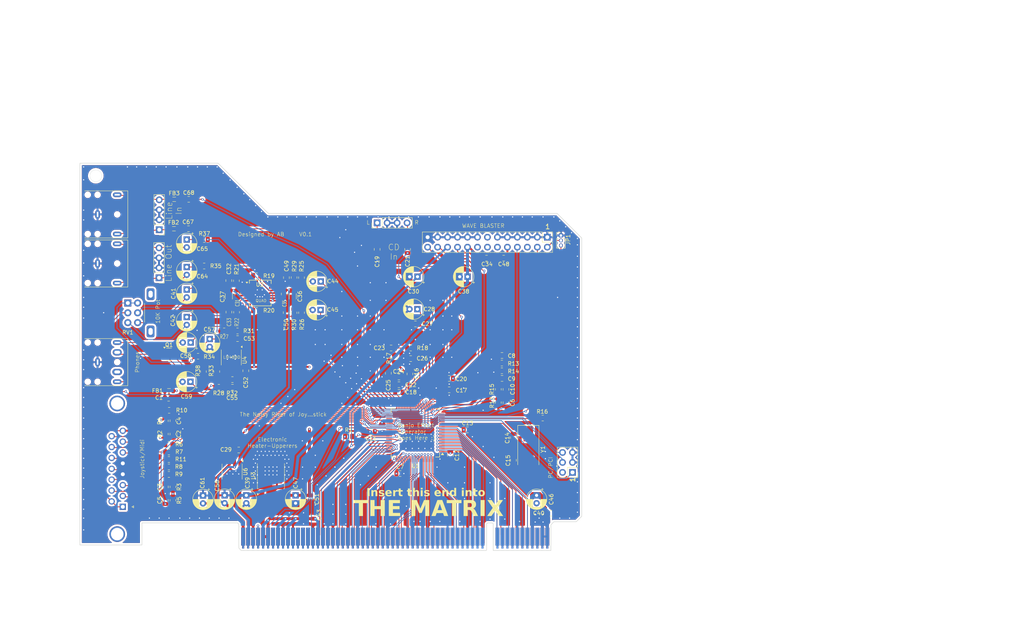
<source format=kicad_pcb>
(kicad_pcb (version 20240108) (generator "pcbnew") (generator_version "8.0")
  (layers (0 "F.Cu" signal) (1 "In1.Cu" signal) (2 "In2.Cu" signal) (31 "B.Cu" signal) (34 "B.Paste" user) (35 "F.Paste" user) (36 "B.SilkS" user "B.Silkscreen") (37 "F.SilkS" user "F.Silkscreen") (38 "B.Mask" user) (39 "F.Mask" user) (44 "Edge.Cuts" user))
  (net 0 "")
  (net 1 "Net-(J2-P9)")
  (net 2 "GND")
  (net 3 "Net-(J2-P14)")
  (net 4 "Net-(J2-P10)")
  (net 5 "Net-(U1-SWB)")
  (net 6 "Net-(J2-P13)")
  (net 7 "Net-(U1-TD)")
  (net 8 "/Vcc")
  (net 9 "Net-(U1-TA)")
  (net 10 "Net-(U1-TB)")
  (net 11 "Net-(U1-TC)")
  (net 12 "Net-(U1-XI)")
  (net 13 "Net-(U1-XO)")
  (net 14 "/AVcc")
  (net 15 "Net-(U1-AUXBL)")
  (net 16 "WBO_L")
  (net 17 "Net-(U1-F_OUTL)")
  (net 18 "Net-(U1-CINL)")
  (net 19 "Net-(U1-AUXAL)")
  (net 20 "Net-(J3-Pin_1)")
  (net 21 "Net-(U1-AUXBR)")
  (net 22 "WBO_R")
  (net 23 "Net-(U1-AUXAR)")
  (net 24 "Net-(J3-Pin_4)")
  (net 25 "Net-(C23-Pad1)")
  (net 26 "Net-(U1-F_OUTR)")
  (net 27 "Net-(U1-CINR)")
  (net 28 "Net-(U1-CAP3D)")
  (net 29 "Net-(U1-CMR)")
  (net 30 "/-12V")
  (net 31 "Net-(U2A--)")
  (net 32 "Net-(C32-Pad2)")
  (net 33 "Net-(U2B--)")
  (net 34 "Net-(C33-Pad2)")
  (net 35 "/+12V")
  (net 36 "/AVee")
  (net 37 "Net-(C41-Pad2)")
  (net 40 "Net-(C42-Pad2)")
  (net 41 "L_OUT")
  (net 42 "Net-(C44-Pad2)")
  (net 43 "R_OUT")
  (net 44 "Net-(C45-Pad2)")
  (net 45 "LO")
  (net 46 "RO")
  (net 47 "Net-(U4-VIN1)")
  (net 48 "Net-(U4-VOUT1)")
  (net 49 "Net-(U4-VOUT2)")
  (net 50 "Net-(U4-VIN2)")
  (net 51 "Net-(U4-BYPASS)")
  (net 52 "Net-(C58-Pad2)")
  (net 53 "Net-(C59-Pad2)")
  (net 54 "Net-(J10-Pin_4)")
  (net 55 "Net-(C64-Pad1)")
  (net 56 "Net-(C65-Pad1)")
  (net 57 "Net-(J10-Pin_1)")
  (net 58 "Net-(C67-Pad1)")
  (net 59 "LINE-IN_L")
  (net 60 "LINE-IN_R")
  (net 61 "Net-(C68-Pad1)")
  (net 62 "Net-(J5-Pin_1)")
  (net 63 "Net-(J5-Pin_4)")
  (net 64 "Net-(J1-TDI)")
  (net 65 "/HAD20")
  (net 66 "/HAD19")
  (net 67 "/HAD25")
  (net 71 "HREQn")
  (net 72 "/HAD26")
  (net 73 "/HAD22")
  (net 74 "HIDSEL")
  (net 75 "/HAD2")
  (net 76 "/HAD23")
  (net 77 "/HAD11")
  (net 78 "/HAD24")
  (net 79 "/HAD1")
  (net 81 "/HAD18")
  (net 82 "/HAD13")
  (net 83 "HPAR")
  (net 84 "HSTOPn")
  (net 85 "HCBET3n")
  (net 86 "/HAD17")
  (net 87 "/HAD16")
  (net 88 "/HAD12")
  (net 90 "/HAD29")
  (net 91 "/HAD0")
  (net 92 "HDEVSELn")
  (net 93 "/HAD9")
  (net 94 "HTRDYn")
  (net 95 "/HAD8")
  (net 96 "HCBET1n")
  (net 98 "INTAn")
  (net 99 "/HAD15")
  (net 100 "Net-(J1-RESERVED-PadA9)")
  (net 101 "/HAD5")
  (net 102 "/HAD21")
  (net 106 "HFRAMEn")
  (net 107 "/HAD30")
  (net 108 "HGNTn")
  (net 109 "/HAD4")
  (net 110 "HCBET2n")
  (net 111 "/HAD7")
  (net 112 "HIRDYn")
  (net 114 "HRSTn")
  (net 115 "/HAD10")
  (net 116 "/HAD6")
  (net 117 "/HAD3")
  (net 121 "HLOCKn")
  (net 122 "/HAD27")
  (net 123 "HCBET0n")
  (net 125 "/HAD31")
  (net 127 "/HAD14")
  (net 128 "HCLK")
  (net 129 "/HAD28")
  (net 132 "Net-(J2-P15)")
  (net 133 "Net-(J2-P12)")
  (net 134 "Net-(J2-Pad3)")
  (net 135 "Net-(J2-Pad6)")
  (net 136 "Net-(J2-P111)")
  (net 138 "MSOUT")
  (net 139 "MSIN")
  (net 140 "Net-(J4-Pin_2)")
  (net 141 "SHUTDOWN")
  (net 144 "PCPCIGNTn")
  (net 145 "SIRQ")
  (net 146 "PCPCIREQn")
  (net 147 "MCLK")
  (net 148 "SH_IN")
  (net 149 "CLKRUNn")
  (net 150 "Net-(U1-MIC)")
  (net 151 "/AVdd")
  (net 152 "Net-(U2D--)")
  (net 153 "Net-(U2C--)")
  (net 204 "Net-(R27-Pad1)")
  (net 205 "Net-(R28-Pad1)")
  (net 206 "/VREF")
  (footprint "Connector_Audio:Jack_3.5mm_CUI_SJ1-3523N_Horizontal" (layer "F.Cu") (at 44.05 86.85 -90)
    (property "Reference" "J9" (hide yes))
    (property "Value" "LINE_OUT_3.5M")
  )
  (footprint "Potentiometer_THT:Potentiometer_Alps_RK09L_Double_Horizontal" (layer "F.Cu") (at 51.75 96.928238)
    (property "Reference" "RV1")
    (property "Value" "10K")
  )
  (footprint "Capacitor_THT:CP_Radial_D5.0mm_P2.00mm" (layer "F.Cu") (at 66.75 93.5 -90)
    (property "Reference" "C41")
    (property "Value" "2.2u_NP")
  )
  (footprint "Capacitor_SMD:C_0805_2012Metric" (layer "F.Cu") (at 118.1 114.825 90)
    (property "Reference" "C25")
    (property "Value" "680p")
  )
  (footprint "Capacitor_SMD:C_0805_2012Metric" (layer "F.Cu") (at 91.5875 94.63125 -90)
    (property "Reference" "C35")
    (property "Value" "0.1u")
  )
  (footprint "TSSOP_SSOP:TSSOP_SSOP_14" (layer "F.Cu") (at 85.4875 94.38125)
    (property "Reference" "U2")
    (property "Value" "BA4564")
  )
  (footprint "Package_TO_SOT_SMD:TO-252-2" (layer "F.Cu") (at 88.2 140.95 90)
    (property "Reference" "U3")
    (property "Value" "LF50_TO252")
  )
  (footprint "Capacitor_SMD:C_1206_3216Metric" (layer "F.Cu") (at 93.7375 95.23125 -90)
    (property "Reference" "C36")
    (property "Value" "10u")
  )
  (footprint "Capacitor_SMD:C_0805_2012Metric" (layer "F.Cu") (at 133.6 119.05)
    (property "Reference" "C17")
    (property "Value" "0.22u")
  )
  (footprint "Capacitor_THT:CP_Radial_D5.0mm_P2.00mm" (layer "F.Cu") (at 70.9 146 -90)
    (property "Reference" "C61")
    (property "Value" "4.7u")
  )
  (footprint "Capacitor_SMD:C_0805_2012Metric" (layer "F.Cu") (at 147.05 116.15)
    (property "Reference" "C9")
    (property "Value" "0.01u")
  )
  (footprint "Fiducial:Fiducial_0.5mm_Mask1mm" (layer "F.Cu") (at 165 82)
    (property "Reference" "FID1" (hide yes))
    (property "Value" "Fiducial")
  )
  (footprint "Connector_PinHeader_2.54mm:PinHeader_1x04_P2.54mm_Vertical" (layer "F.Cu") (at 115.25 76.5 90)
    (property "Reference" "J3" (hide yes))
    (property "Value" "CD_IN")
  )
  (footprint "Capacitor_SMD:C_0805_2012Metric" (layer "F.Cu") (at 149.95 137 -90)
    (property "Reference" "C15")
    (property "Value" "10p")
  )
  (footprint "Capacitor_THT:CP_Radial_D5.0mm_P2.00mm" (layer "F.Cu") (at 76.4 145.944888 -90)
    (property "Reference" "C56")
    (property "Value" "10u")
  )
  (footprint "Resistor_SMD:R_0805_2012Metric" (layer "F.Cu") (at 61.29 126.9475 90)
    (property "Reference" "R4")
    (property "Value" "2.2K")
  )
  (footprint "Capacitor_SMD:C_0805_2012Metric" (layer "F.Cu") (at 61.3 147.2 90)
    (property "Reference" "C5")
    (property "Value" "0.01u")
  )
  (footprint "Capacitor_SMD:C_0805_2012Metric" (layer "F.Cu") (at 125 102.25)
    (property "Reference" "C27")
    (property "Value" "1u")
  )
  (footprint "Capacitor_SMD:C_0805_2012Metric" (layer "F.Cu") (at 133.6 116.15)
    (property "Reference" "C20")
    (property "Value" "0.22u")
  )
  (footprint "Capacitor_SMD:C_0805_2012Metric" (layer "F.Cu") (at 77.4625 91.20625 90)
    (property "Reference" "C32")
    (property "Value" "2200p")
  )
  (footprint "Package_TO_SOT_SMD:SOT-23" (layer "F.Cu") (at 62.25 110)
    (property "Reference" "Q1")
    (property "Value" "BF545A")
  )
  (footprint "Inductor_SMD:L_0805_2012Metric" (layer "F.Cu") (at 63.5 78)
    (property "Reference" "FB2")
    (property "Value" "0805")
  )
  (footprint "Inductor_SMD:L_0805_2012Metric" (layer "F.Cu") (at 63.5625 70.5)
    (property "Reference" "FB3")
    (property "Value" "0805")
  )
  (footprint "Resistor_SMD:R_0805_2012Metric" (layer "F.Cu") (at 146.1 122.3 -90)
    (property "Reference" "R12")
    (property "Value" "1M")
  )
  (footprint "Connector_Audio:Jack_3.5mm_CUI_SJ1-3523N_Horizontal" (layer "F.Cu") (at 44.05 74.35 -90)
    (property "Reference" "J6" (hide yes))
    (property "Value" "LINE_IN_3.5")
  )
  (footprint "Capacitor_SMD:C_0805_2012Metric" (layer "F.Cu") (at 147.47 85.5 180)
    (property "Reference" "C48")
    (property "Value" "0.1u")
  )
  (footprint "Capacitor_SMD:C_0805_2012Metric" (layer "F.Cu") (at 67.2625 70.5)
    (property "Reference" "C68")
    (property "Value" "0.22u")
  )
  (footprint "Capacitor_SMD:C_0805_2012Metric" (layer "F.Cu") (at 92.0875 99.38125 90)
    (property "Reference" "C50")
    (property "Value" "12n")
  )
  (footprint "Resistor_SMD:R_0805_2012Metric" (layer "F.Cu") (at 119.725 111.0625 90)
    (property "Reference" "R17")
    (property "Value" "7.5K")
  )
  (footprint "Capacitor_SMD:C_0805_2012Metric" (layer "F.Cu") (at 143.1 85.5)
    (property "Reference" "C34")
    (property "Value" "0.22u")
  )
  (footprint "Capacitor_SMD:C_0805_2012Metric" (layer "F.Cu") (at 121.1 140.4)
    (property "Reference" "C7")
    (property "Value" "0.1u")
  )
  (footprint "Capacitor_SMD:C_0805_2012Metric" (layer "F.Cu") (at 67.2 78)
    (property "Reference" "C67")
    (property "Value" "0.22u")
  )
  (footprint "Package_SO:SOIC-8_3.9x4.9mm_P1.27mm" (layer "F.Cu") (at 78.3 139.9 -90)
    (property "Reference" "U6")
    (property "Value" "L79L05_SOIC-8")
  )
  (footprint "Capacitor_SMD:C_0805_2012Metric" (layer "F.Cu") (at 61.3 143.8 -90)
    (property "Reference" "C3")
    (property "Value" "0.01u")
  )
  (footprint "Package_SO:SOIC-8_3.9x4.9mm_P1.27mm" (layer "F.Cu") (at 78.1 110.8 -90)
    (property "Reference" "U4")
    (property "Value" "LM4880")
  )
  (footprint "Capacitor_SMD:C_0805_2012Metric" (layer "F.Cu") (at 115.25 83.25 90)
    (property "Reference" "C19")
    (property "Value" "0.22u")
  )
  (footprint "Resistor_SMD:R_0805_2012Metric" (layer "F.Cu") (at 157.4125 126.25 180)
    (property "Reference" "R16")
    (property "Value" "22K")
  )
  (footprint "Capacitor_SMD:C_0805_2012Metric" (layer "F.Cu") (at 78.4 118.4)
    (property "Reference" "C55")
    (property "Value" "270p")
  )
  (footprint "Resistor_SMD:R_0805_2012Metric" (layer "F.Cu") (at 71.2 87.5 180)
    (property "Reference" "R35")
    (property "Value" "100")
  )
  (footprint "Capacitor_THT:CP_Radial_D5.0mm_P2.00mm" (layer "F.Cu") (at 66.75 80.75 -90)
    (property "Reference" "C65")
    (property "Value" "22u_NP")
  )
  (footprint "Capacitor_THT:CP_Radial_D5.0mm_P2.00mm" (layer "F.Cu") (at 125.5 98.5 180)
    (property "Reference" "C28")
    (property "Value" "47u")
  )
  (footprint "Capacitor_SMD:C_1206_3216Metric" (layer "F.Cu") (at 77.4875 95.23125 -90)
    (property "Reference" "C37")
    (property "Value" "10u")
  )
  (footprint "Resistor_SMD:R_0805_2012Metric" (layer "F.Cu") (at 71.2 80.75 180)
    (property "Reference" "R37")
    (property "Value" "100")
  )
  (footprint "Connector_PinHeader_1.27mm:PinHeader_1x03_P1.27mm_Vertical" (layer "F.Cu") (at 162.05 79.715)
    (property "Reference" "JP1")
    (property "Value" "DefineUnusedPin")
  )
  (footprint "Capacitor_THT:CP_Radial_D5.0mm_P2.00mm" (layer "F.Cu") (at 94.475 145.95014 -90)
    (property "Reference" "C47")
    (property "Value" "10u")
  )
  (footprint "Capacitor_THT:CP_Radial_D5.0mm_P2.00mm" (layer "F.Cu") (at 72.6 106.1 -90)
    (property "Reference" "C57")
    (property "Value" "1u")
  )
  (footprint "Resistor_SMD:R_0805_2012Metric" (layer "F.Cu") (at 146.1 118.925 90)
    (property "Reference" "R15")
    (property "Value" "1M")
  )
  (footprint "Capacitor_SMD:C_0805_2012Metric" (layer "F.Cu") (at 123.8 111.1)
    (property "Reference" "C26")
    (property "Value" "0.047u")
  )
  (footprint "Resistor_SMD:R_0805_2012Metric" (layer "F.Cu") (at 84.5875 89.967733 180)
    (property "Reference" "R19")
    (property "Value" "1.2K")
  )
  (footprint "Resistor_SMD:R_0805_2012Metric" (layer "F.Cu") (at 62.2125 138.71 180)
    (property "Reference" "R8")
    (property "Value" "2.2K")
  )
  (footprint "Resistor_SMD:R_0805_2012Metric" (layer "F.Cu") (at 76.2875 104.05)
    (property "Reference" "R27")
    (property "Value" "20K")
  )
  (footprint "Connector_PinHeader_2.54mm:PinHeader_2x13_P2.54mm_Vertical" (layer "F.Cu") (at 158.58 80.15 -90)
    (property "Reference" "J4" (hide yes))
    (property "Value" "WAVE_BLASTER")
  )
  (footprint "Resistor_SMD:R_0805_2012Metric" (layer "F.Cu") (at 61.29 130.3125 -90)
    (property "Reference" "R2")
    (property "Value" "2.2K")
  )
  (footprint "Resistor_SMD:R_0805_2012Metric" (layer "F.Cu") (at 78.3875 116.45)
    (property "Reference" "R32")
    (property "Value" "20K")
  )
  (footprint "Resistor_SMD:R_0805_2012Metric" (layer "F.Cu") (at 84.5875 98.83125 180)
    (property "Reference" "R20")
    (property "Value" "1.2K")
  )
  (footprint "Connector_PinHeader_2.54mm:PinHeader_1x04_P2.54mm_Vertical" (layer "F.Cu") (at 59.75 78.25 180)
    (property "Reference" "J5" (hide yes))
    (property "Value" "LINE_IN_HDR")
  )
  (footprint "Capacitor_SMD:C_0805_2012Metric" (layer "F.Cu") (at 120.8 117.75)
    (property "Reference" "C22")
    (property "Value" "680p")
  )
  (footprint "Resistor_SMD:R_0805_2012Metric" (layer "F.Cu") (at 62.2125 136.81 180)
    (property "Reference" "R11")
    (property "Value" "2.2K")
  )
  (footprint "Resistor_SMD:R_0805_2012Metric" (layer "F.Cu") (at 62.2125 132.98 180)
    (property "Reference" "R6")
    (property "Value" "2.2K")
  )
  (footprint "Resistor_SMD:R_0805_2012Metric" (layer "F.Cu") (at 79.45 99.28125 -90)
    (property "Reference" "R22")
    (property "Value" "2.7K")
  )
  (footprint "Crystal:Crystal_SMD_FOX_FE-2Pin_7.5x5.0mm_HandSoldering" (layer "F.Cu") (at 153.75 134.225 -90)
    (property "Reference" "Y1")
    (property "Value" "14.318MHz")
  )
  (footprint "Capacitor_SMD:C_0805_2012Metric" (layer "F.Cu") (at 159.5 150.5)
    (property "Reference" "C40")
    (property "Value" "0.1u")
  )
  (footprint "Capacitor_SMD:C_0805_2012Metric" (layer "F.Cu") (at 79.7 106)
    (property "Reference" "C53")
    (property "Value" "270p")
  )
  (footprint "Resistor_SMD:R_0805_2012Metric" (layer "F.Cu") (at 94.0875 90.43125 90)
    (property "Reference" "R29")
    (property "Value" "270")
  )
  (footprint "Capacitor_SMD:C_0805_2012Metric" (layer "F.Cu") (at 79.6875 94.63125 -90)
    (property "Reference" "C31")
    (property "Value" "0.1u")
  )
  (footprint "Resistor_SMD:R_0805_2012Metric" (layer "F.Cu") (at 123.8 108.4)
    (property "Reference" "R18")
    (property "Value" "7.5K")
  )
  (footprint "Capacitor_SMD:C_0805_2012Metric" (layer "F.Cu") (at 148.05 122.3375 -90)
    (property "Reference" "C6")
    (property "Value" "0.01u")
  )
  (footprint "Capacitor_THT:CP_Radial_D5.0mm_P2.00mm" (layer "F.Cu") (at 100.8375 98.68125 180)
    (property "Reference" "C45")
    (property "Value" "10u_NP")
  )
  (footprint "Capacitor_THT:CP_Radial_D5.0mm_P2.00mm" (layer "F.Cu") (at 155.85 145.95014 -90)
    (property "Reference" "C46")
    (property "Value" "10u")
  )
  (footprint "Capacitor_SMD:C_0805_2012Metric" (layer "F.Cu") (at 81.8 114.2 -90)
    (property "Reference" "C52")
    (property "Value" "0.1u")
  )
  (footprint "Capacitor_THT:CP_Radial_D5.0mm_P2.00mm" (layer "F.Cu") (at 66.75 100.5 -90)
    (property "Reference" "C42")
    (property "Value" "2.2u_NP")
  )
  (footprint "Fiducial:Fiducial_0.5mm_Mask1mm" (layer "F.Cu") (at 165 149)
    (property "Reference" "FID4" (hide yes))
    (property "Value" "Fiducial")
  )
  (footprint "Connector_PCBEdge:BUS_PCI" (layer "F.Cu") (at 119.85 157.805)
    (property "Reference" "J1" (hide yes))
    (property "Value" "Bus_PCI_32bit_Universal")
  )
  (footprint "Capacitor_THT:CP_Radial_D5.0mm_P2.00mm" (layer "F.Cu") (at 66.75 87.75 -90)
    (property "Reference" "C64")
    (property "Value" "22u_NP")
  )
  (footprint "Resistor_SMD:R_0805_2012Metric" (layer "F.Cu") (at 63.24 147.2 90)
    (property "Reference" "R5")
    (property "Value" "2.2K")
  )
  (footprint "Resistor_SMD:R_0805_2012Metric" (layer "F.Cu") (at 147.0125 114.2)
    (property "Reference" "R14")
    (property "Value" "1M")
  )
  (footprint "Capacitor_SMD:C_0805_2012Metric" (layer "F.Cu") (at 148.05 118.9375 90)
    (property "Reference" "C10")
    (property "Value" "0.01u")
  )
  (footprint "Fiducial:Fiducial_0.5mm_Mask1mm" (layer "F.Cu") (at 133.25 138.25)
    (property "Reference" "FID3" (hide yes))
    (property "Value" "Fiducial")
  )
  (footprint "Capacitor_THT:CP_Radial_D5.0mm_P2.00mm" (layer "F.Cu") (at 67.7 117 180)
    (property "Reference" "C59")
    (property "Value" "100u_NP")
  )
  (footprint "Capacitor_SMD:C_0805_2012Metric" (layer "F.Cu") (at 92.1375 90.45625 -90)
    (property "Reference" "C49")
    (property "Value" "12n")
  )
  (footprint "Resistor_SMD:R_0805_2012Metric" (layer "F.Cu") (at 74.9375 118.4)
    (property "Reference" "R28")
    (property "Value" "20K")
  )
  (footprint "Capacitor_THT:CP_Radial_D5.0mm_P2.00mm" (layer "F.Cu") (at 81.927093 145.95014 -90)
    (property "Reference" "C39")
    (property "Value" "10u")
  )
  (footprint "Capacitor_SMD:C_0805_2012Metric" (layer "F.Cu") (at 62.15 121.2)
    (property "Reference" "C1")
    (property "Value" "150p")
  )
  (footprint "Capacitor_SMD:C_0805_2012Metric" (layer "F.Cu") (at 118.8 108.4 180)
    (property "Reference" "C23")
    (property "Value" "10u")
  )
  (footprint "Connector_Dsub:DSUB-15_Female_Horizontal_P2.77x2.84mm_EdgePinOffset7.70mm_Housed_MountingHolesOffset9.12mm" (layer "F.Cu") (at 50.475 148.875 -90)
    (property "Reference" "J2" (hide yes))
    (property "Value" "JOYSTICK")
  )
  (footprint "Capacitor_SMD:C_0805_2012Metric" (layer "F.Cu") (at 120.8 119.725 180)
    (property "Reference" "C18")
    (property "Value" "0.22u")
  )
  (footprint "Capacitor_SMD:C_0805_2012Metric" (layer "F.Cu") (at 63.23 130.33 -90)
    (property "Reference" "C2")
    (property "Value" "0.01u")
  )
  (footprint "Capacitor_SMD:C_0805_2012Metric" (layer "F.Cu") (at 147.0375 110.3)
    (property "Reference" "C8")
    (property "Value" "0.01u")
  )
  (footprint "Resistor_SMD:R_0805_2012Metric" (layer "F.Cu") (at 62.2125 140.625 180)
    (property "Reference" "R9")
    (property "Value" "2.2K")
  )
  (footprint "Capacitor_THT:CP_Radial_D5.0mm_P2.00mm" (layer "F.Cu") (at 67.75 107 180)
    (property "Reference" "C58")
    (property "Value" "100u_NP")
  )
  (footprint "Capacitor_THT:CP_Radial_D5.0mm_P2.00mm" (layer "F.Cu") (at 138.275 90.225 180)
    (property "Reference" "C38")
    (property "Value" "10u")
  )
  (footprint "Inductor_SMD:L_0805_2012Metric" (layer "F.Cu") (at 62.2375 119.3)
    (property "Reference" "FB1")
    (property "Value" "0805")
  )
  (footprint "Capacitor_SMD:C_0805_2012Metric" (layer "F.Cu") (at 63.24 126.93 90)
    (property "Reference" "C4")
    (property "Value" "0.01u")
  )
  (footprint "Resistor_SMD:R_0805_2012Metric" (layer "F.Cu") (at 74.4 114.4 90)
    (property "Reference" "R33")
    (property "Value" "100K")
  )
  (footprint "Resistor_SMD:R_0805_2012Metric" (layer "F.Cu") (at 79.4 91.25 90)
    (property "Reference" "R21")
    (property "Value" "2.7K")
  )
  (footprint "Resistor_SMD:R_0805_2012Metric" (layer "F.Cu") (at 62.2125 134.89 180)
    (property "Reference" "R7")
    (property "Value" "2.2K")
  )
  (footprint "Resistor_SMD:R_0805_2012Metric" (layer "F.Cu") (at 79.6875 104.05)
    (property "Reference" "R31")
    (property "Value" "20K")
  )
  (footprint "Resistor_SMD:R_0805_2012Metric" (layer "F.Cu") (at 96 99.4 90)
    (property "Reference" "R26")
    (property "Value" "4.7K")
  )
  (footprint "Capacitor_SMD:C_0805_2012Metric" (layer "F.Cu") (at 123.6 115 90)
    (property "Reference" "C16")
    (property "Value" "0.1u")
  )
  (footprint "Resistor_SMD:R_0805_2012Metric" (layer "F.Cu") (at 95.9875 90.45625 -90)
    (property "Reference" "R25")
    (property "Value" "4.7K")
  )
  (footprint "Capacitor_THT:CP_Radial_D5.0mm_P2.00mm" (layer "F.Cu") (at 100.8875 91.43125 180)
    (property "Reference" "C44")
    (property "Value" "10u_NP")
  )
  (footprint "Capacitor_SMD:C_0805_2012Metric" (layer "F.Cu") (at 80 134.4)
    (property "Reference" "C29")
    (property "Value" "0.22u")
  )
  (footprint "Capacitor_SMD:C_0805_2012Metric" (layer "F.Cu") (at 98.225 146.9 -90)
    (property "Reference" "C51")
    (property "Value" "0.1u")
  )
  (footprint "Resistor_SMD:R_0805_2012Metric" (layer "F.Cu") (at 71 114.4 90)
    (property "Reference" "R38")
    (property "Value" "1M")
  )
  (footprint "Capacitor_SMD:C_0805_2012Metric" (layer "F.Cu") (at 120.8 115.775 180)
    (property "Reference" "C24")
    (property "Value" "0.22u")
  )
  (footprint "Resistor_SMD:R_0805_2012Metric" (layer "F.Cu") (at 69.6375 110.5 180)
    (property "Reference" "R34")
    (property "Value" "50K")
  )
  (footprint "Resistor_SMD:R_0805_2012Metric" (layer "F.Cu") (at 108 130.95)
    (property "Reference" "R1")
    (property "Value" "0")
  )
  (footprint "Capacitor_THT:CP_Radial_D5.0mm_P2.00mm" (layer "F.Cu") (at 125.525 90.225 180)
    (property "Reference" "C30")
    (property "Value" "10u")
  )
  (footprint "Resistor_SMD:R_0805_2012Metric" (layer "F.Cu") (at 94.0875 99.41875 -90)
    (property "Reference" "R30")
    (property "Value" "270")
  )
  (footprint "Capacitor_SMD:C_0805_2012Metric" (layer "F.Cu") (at 133.9 135.75 -90)
    (property "Reference" "C12")
    (property "Value" "0.1u")
  )
  (footprint "Capacitor_SMD:C_0805_2012Metric" (layer "F.Cu") (at 99 150.95 90)
    (property "Reference" "C43")
    (property "Value" "0.1u")
  )
  (footprint "Capacitor_SMD:C_0805_2012Metric" (layer "F.Cu") (at 149.95 131.25 90)
    (property "Reference" "C14")
    (property "Value" "10p")
  )
  (footprint "Package_QFP:TQFP-100_12x12mm_P0.4mm" (layer "F.Cu") (at 125 130 180)
    (property "Reference" "U1")
    (property "Value" "ES1938_PCI")
  )
  (footprint "Connector_PinHeader_2.54mm:PinHeader_2x03_P2.54mm_Vertical" (layer "F.Cu") (at 165 140.1 180)
    (property "Reference" "J8" (hide yes))
    (property "Value" "PCPCI")
  )
  (footprint "Fiducial:Fiducial_0.5mm_Mask1mm" (layer "F.Cu") (at 53 64.5)
    (property "Reference" "FID2" (hide yes))
    (property "Value" "Fiducial")
  )
  (footprint "Connector_PinHeader_2.54mm:PinHeader_1x04_P2.54mm_Vertical" (layer "F.Cu") (at 59.7 90.5 180)
    (property "Reference" "J10" (hide yes))
    (property "Value" "LINE_OUT")
  )
  (footprint "Connector_Audio:Jack_3.5mm_CUI_SJ1-3525N_Horizontal" (layer "F.Cu") (at 44.05 112 -90)
    (property "Reference" "J7" (hide yes))
    (property "Value" "HEADPHONE_OUT")
  )
  (footprint "Resistor_SMD:R_0805_2012Metric" (layer "F.Cu") (at 147 112.25)
    (property "Reference" "R13")
    (property "Value" "1M")
  )
  (footprint "Resistor_SMD:R_0805_2012Metric" (layer "F.Cu") (at 63.24 143.7875 -90)
    (property "Reference" "R3")
    (property "Value" "2.2K")
  )
  (footprint "Capacitor_SMD:C_0805_2012Metric" (layer "F.Cu") (at 77.5 99.25 -90)
    (property "Reference" "C33")
    (property "Value" "2200p")
  )
  (footprint "Capacitor_SMD:C_0805_2012Metric" (layer "F.Cu") (at 138.25 129.25)
    (property "Reference" "C13")
    (property "Value" "0.1u")
  )
  (footprint "Capacitor_SMD:C_0805_2012Metric" (layer "F.Cu") (at 123 83.25 90)
    (property "Reference" "C21")
    (property "Value" "0.22u")
  )
  (footprint "Resistor_SMD:R_0805_2012Metric" (layer "F.Cu") (at 62.2725 124.28 180)
    (property "Reference" "R10")
    (property "Value" "2.2K")
  )
  (footprint "Capacitor_SMD:C_0805_2012Metric" (layer "F.Cu") (at 113.7 129.77 180)
    (property "Reference" "C11")
    (property "Value" "0.1u")
  )
  (gr_circle (center 43.6 64.5) (end 45.1 64.5) (stroke (width 0.05)) (fill none) (layer "Edge.Cuts"))
  (gr_poly (pts (xy 39.55 61.3) (xy 39.55 158.6) (xy 55.35 158.6) (xy 55.35 152.965) (xy 79.68 152.965) (xy 80.03 153.315) (xy 80.03 159.383782) (xy 80.6 160) (xy 143 160) (xy 143.13 159.87) (xy 143.13 153.201852) (xy 143.352727 152.975) (xy 144.577775 152.975) (xy 144.8 153.20227) (xy 144.8 160) (xy 159.5 160) (xy 159.5 153.505) (xy 160.25 152.665) (xy 165.975 152.665) (xy 167.35 151.3) (xy 167.35 80.35) (xy 161.1 74.1) (xy 87.55 74.1) (xy 74.75 61.3)) (stroke (width 0.125)) (fill none) (layer "Edge.Cuts"))
  (gr_text "CD\nIn" (at 119.5 86 0) (layer "F.SilkS") (effects (font (size 1.5 1.5) (thickness 0.1)) (justify bottom)))
  (gr_text "Electronic\nHeater-Upperers" (at 88.6 133.9 0) (layer "F.SilkS") (effects (font (size 1 1) (thickness 0.1)) (justify bottom)))
  (gr_text "Designed by AB     V0.1\n" (at 79.75 80 0) (layer "F.SilkS") (effects (font (size 1 1) (thickness 0.1)) (justify left bottom)))
  (gr_text "Banjo Effect\nGenerator\nGoes Here :)" (at 120.4 131.9 0) (layer "F.SilkS") (effects (font (size 1 1) (thickness 0.1)) (justify left bottom)))
  (gr_text "1" (at 157.95 78.21 0) (layer "F.SilkS") (effects (font (size 1.25 1.25) (thickness 0.2) (bold yes)) (justify left bottom)))
  (gr_text "10K Pot" (at 60 102.25 90) (layer "F.SilkS") (effects (font (size 1 1) (thickness 0.1)) (justify left bottom)))
  (gr_text "1" (at 165.75 142.7 90) (layer "F.SilkS") (effects (font (size 1.2 1.2) (thickness 0.24) (bold yes)) (justify left bottom)))
  (gr_text "Phones" (at 54.75 114.75 90) (layer "F.SilkS") (effects (font (size 1 1) (thickness 0.1)) (justify left bottom)))
  (gr_text "Line\nIn" (at 65.6 73.4 90) (layer "F.SilkS") (effects (font (size 1.5 1.5) (thickness 0.1)) (justify bottom)))
  (gr_text "The Noisy River of Joy...stick" (at 80.2 125.9 0) (layer "F.SilkS") (effects (font (size 1 1) (thickness 0.1)) (justify left bottom)))
  (gr_text "PC/PCI" (at 160.02 141.715 90) (layer "F.SilkS") (effects (font (size 1 1) (thickness 0.1)) (justify left bottom)))
  (gr_text "LM4880" (at 76 111.2 0) (layer "F.SilkS") (effects (font (size 0.75 0.75) (thickness 0.08)) (justify left bottom)))
  (gr_text "QUAD" (at 84.25 96.75 0) (layer "F.SilkS") (effects (font (size 0.7 0.7) (thickness 0.08)) (justify left bottom)))
  (gr_text "Joystick/Midi" (at 56 141.75 90) (layer "F.SilkS") (effects (font (size 1 1) (thickness 0.1)) (justify left bottom)))
  (gr_text "THE MATRIX" (at 109.2 151.9 0) (layer "F.SilkS") (effects (font (size 4 4) (thickness 0.1)) (justify left bottom)))
  (gr_text "WAVE BLASTER" (at 136.8 77.84 0) (layer "F.SilkS") (effects (font (size 1 1) (thickness 0.1)) (justify left bottom)))
  (gr_text "Insert this end into" (at 112.5 146.5 0) (layer "F.SilkS") (effects (font (size 2 2) (thickness 0.1)) (justify left bottom)))
  (gr_text "L               R" (at 112.5 77 0) (layer "F.SilkS") (effects (font (size 1 1) (thickness 0.1)) (justify left bottom)))
  (gr_text "Line Out" (at 63.03 91.6 90) (layer "F.SilkS") (effects (font (size 1.5 1.5) (thickness 0.1)) (justify left bottom)))
  (segment (start 47.115 129.485) (end 50.475 129.485) (width 0.2) (layer "F.Cu") (net 1))
  (segment (start 49.02 148.875) (end 47.635 147.49) (width 0.2) (layer "F.Cu") (net 1))
  (segment (start 52.915 129.485) (end 61.2 121.2) (width 0.5) (layer "F.Cu") (net 1))
  (segment (start 47.635 147.49) (end 45.975 145.83) (width 0.2) (layer "F.Cu") (net 1))
  (segment (start 61.175 119.3) (end 61.175 121.175) (width 0.5) (layer "F.Cu") (net 1))
  (segment (start 45.975 145.83) (end 45.975 130.625) (width 0.2) (layer "F.Cu") (net 1))
  (segment (start 45.975 130.625) (end 47.115 129.485) (width 0.2) (layer "F.Cu") (net 1))
  (segment (start 50.475 148.875) (end 49.02 148.875) (width 0.2) (layer "F.Cu") (net 1))
  (segment (start 50.475 129.485) (end 52.915 129.485) (width 0.5) (layer "F.Cu") (net 1))
  (segment (start 107.79 159.135) (end 107.79 156.475) (width 0.4) (layer "F.Cu") (net 2))
  (segment (start 84.5875 93.73125) (end 84.7375 93.58125) (width 0.4) (layer "F.Cu") (net 2))
  (segment (start 122.2 140.25) (end 122.2 138.4) (width 0.5) (layer "F.Cu") (net 2))
  (segment (start 128.11 156.475) (end 128.11 153.3) (width 0.75) (layer "F.Cu") (net 2))
  (segment (start 83.65 159.135) (end 83.65 156.475) (width 0.4) (layer "F.Cu") (net 2))
  (segment (start 117.4 125.6) (end 117.025 125.975) (width 0.2) (layer "F.Cu") (net 2))
  (segment (start 82.4125 95.03125) (end 84.0375 95.03125) (width 0.4) (layer "F.Cu") (net 2))
  (segment (start 101.44 159.135) (end 101.44 156.475) (width 0.4) (layer "F.Cu") (net 2))
  (segment (start 122.2 136.7) (end 122.2 138.4) (width 0.2) (layer "F.Cu") (net 2))
  (segment (start 123.03 159.135) (end 123.03 156.475) (width 0.4) (layer "F.Cu") (net 2))
  (segment (start 118.3 125.6) (end 119.4 125.6) (width 0.2) (layer "F.Cu") (net 2))
  (segment (start 131.7 125.6) (end 130.8 125.6) (width 0.2) (layer "F.Cu") (net 2))
  (segment (start 80.2375 95.03125) (end 79.6875 95.58125) (width 0.4) (layer "F.Cu") (net 2))
  (segment (start 123.8 123.3) (end 123.8 124.2) (width 0.2) (layer "F.Cu") (net 2))
  (segment (start 131.7 125.6) (end 133 125.6) (width 0.2) (layer "F.Cu") (net 2))
  (segment (start 138.27 159.135) (end 138.27 156.475) (width 0.4) (layer "F.Cu") (net 2))
  (segment (start 118.3 125.6) (end 117.4 125.6) (width 0.2) (layer "F.Cu") (net 2))
  (segment (start 152.24 159.135) (end 152.24 156.475) (width 0.4) (layer "F.Cu") (net 2))
  (segment (start 142.08 159.135) (end 142.08 156.475) (width 0.4) (layer "F.Cu") (net 2))
  (segment (start 129.8 136.7) (end 133.5 136.7) (width 0.2) (layer "F.Cu") (net 2))
  (segment (start 117.025 125.975) (end 116.85 125.975) (width 0.2) (layer "F.Cu") (net 2))
  (segment (start 129.35 127.05) (end 129.35 130.05) (width 0.2) (layer "F.Cu") (net 2))
  (segment (start 103.97 159.135) (end 103.97 156.475) (width 0.4) (layer "F.Cu") (net 2))
  (segment (start 128.11 159.135) (end 128.11 156.475) (width 0.4) (layer "F.Cu") (net 2))
  (segment (start 80.2375 95.03125) (end 82.4125 95.03125) (width 0.4) (layer "F.Cu") (net 2))
  (segment (start 98.9 159.135) (end 98.9 156.475) (width 0.4) (layer "F.Cu") (net 2))
  (segment (start 115.41 159.135) (end 115.41 156.475) (width 0.4) (layer "F.Cu") (net 2))
  (segment (start 129.35 130.05) (end 129 130.4) (width 0.2) (layer "F.Cu") (net 2))
  (segment (start 91.28 159.135) (end 91.28 156.475) (width 0.4) (layer "F.Cu") (net 2))
  (segment (start 93.82 159.135) (end 93.82 156.475) (width 0.4) (layer "F.Cu") (net 2))
  (segment (start 82.4125 93.73125) (end 84.5875 93.73125) (width 0.4) (layer "F.Cu") (net 2))
  (segment (start 130.8 125.6) (end 129.35 127.05) (width 0.2) (layer "F.Cu") (net 2))
  (segment (start 128.11 153.3) (end 128.8 152.61) (width 0.75) (layer "F.Cu") (net 2))
  (segment (start 84.0375 95.03125) (end 84.2375 94.83125) (width 0.4) (layer "F.Cu") (net 2))
  (via (at 113.5 96.25) (size 0.6) (drill 0.3) (layers "F.Cu" "B.Cu") (net 2))
  (via (at 122.6 134) (size 0.6) (drill 0.3) (layers "F.Cu" "B.Cu") (net 2))
  (via (at 117 110.75) (size 0.6) (drill 0.3) (layers "F.Cu" "B.Cu") (net 2))
  (via (at 158.1 136.6) (size 0.6) (drill 0.3) (layers "F.Cu" "B.Cu") (net 2))
  (via (at 158.1 134.8) (size 0.6) (drill 0.3) (layers "F.Cu" "B.Cu") (net 2))
  (via (at 166.25 108.25) (size 0.6) (drill 0.3) (layers "F.Cu" "B.Cu") (net 2))
  (via (at 142.25 124.25) (size 0.6) (drill 0.3) (layers "F.Cu" "B.Cu") (net 2))
  (via (at 122.6 132.2) (size 0.6) (drill 0.3) (layers "F.Cu" "B.Cu") (net 2))
  (via (at 117.5 96.25) (size 0.6) (drill 0.3) (layers "F.Cu" "B.Cu") (net 2))
  (via (at 87.3375 91.43125) (size 0.6) (drill 0.3) (layers "F.Cu" "B.Cu") (net 2))
  (via (at 134.25 110.75) (size 0.6) (drill 0.3) (layers "F.Cu" "B.Cu") (net 2))
  (via (at 40.5 83.5) (size 0.6) (drill 0.3) (layers "F.Cu" "B.Cu") (net 2))
  (via (at 89.9 75) (size 0.6) (drill 0.3) (layers "F.Cu" "B.Cu") (net 2))
  (via (at 87.75 134.75) (size 0.6) (drill 0.3) (layers "F.Cu" "B.Cu") (net 2))
  (via (at 106.25 122.5) (size 0.6) (drill 0.3) (layers "F.Cu" "B.Cu") (net 2))
  (via (at 101.4 132.05) (size 0.6) (drill 0.3) (layers "F.Cu" "B.Cu") (net 2))
  (via (at 111 143.25) (size 0.6) (drill 0.3) (layers "F.Cu" "B.Cu") (net 2))
  (via (at 166.25 98) (size 0.6) (drill 0.3) (layers "F.Cu" "B.Cu") (net 2))
  (via (at 89.725 140.725) (size 0.6) (drill 0.3) (layers "F.Cu" "B.Cu") (net 2))
  (via (at 113.5 91.75) (size 0.6) (drill 0.3) (layers "F.Cu" "B.Cu") (net 2))
  (via (at 140.9 114.7) (size 0.6) (drill 0.3) (layers "F.Cu" "B.Cu") (net 2))
  (via (at 84.75 103.75) (size 0.6) (drill 0.3) (layers "F.Cu" "B.Cu") (net 2))
  (via (at 137.5 146.75) (size 0.6) (drill 0.3) (layers "F.Cu" "B.Cu") (net 2))
  (via (at 63.3 100) (size 0.6) (drill 0.3) (layers "F.Cu" "B.Cu") (net 2))
  (via (at 69.5 62.25) (size 0.6) (drill 0.3) (layers "F.Cu" "B.Cu") (net 2))
  (via (at 64.25 62.25) (size 0.6) (drill 0.3) (layers "F.Cu" "B.Cu") (net 2))
  (via (at 88.725 140.725) (size 0.6) (drill 0.3) (layers "F.Cu" "B.Cu") (net 2))
  (via (at 111.25 116.25) (size 0.6) (drill 0.3) (layers "F.Cu" "B.Cu") (net 2))
  (via (at 123.25 75) (size 0.6) (drill 0.3) (layers "F.Cu" "B.Cu") (net 2))
  (via (at 166.25 150.25) (size 0.6) (drill 0.3) (layers "F.Cu" "B.Cu") (net 2))
  (via (at 106.25 103.75) (size 0.6) (drill 0.3) (layers "F.Cu" "B.Cu") (net 2))
  (via (at 104 148.25) (size 0.6) (drill 0.3) (layers "F.Cu" "B.Cu") (net 2))
  (via (at 110.25 103.75) (size 0.6) (drill 0.3) (layers "F.Cu" "B.Cu") (net 2))
  (via (at 128.5 75) (size 0.6) (drill 0.3) (layers "F.Cu" "B.Cu") (net 2))
  (via (at 84.75 134.75) (size 0.6) (drill 0.3) (layers "F.Cu" "B.Cu") (net 2))
  (via (at 84.75 138.75) (size 0.6) (drill 0.3) (layers "F.Cu" "B.Cu") (net 2))
  (via (at 74.5 62.25) (size 0.6) (drill 0.3) (layers "F.Cu" "B.Cu") (net 2))
  (via (at 166.25 87.75) (size 0.6) (drill 0.3) (layers "F.Cu" "B.Cu") (net 2))
  (via (at 113.3 123.1) (size 0.6) (drill 0.3) (layers "F.Cu" "B.Cu") (net 2))
  (via (at 112.3 119.8) (size 0.6) (drill 0.3) (layers "F.Cu" "B.Cu") (net 2))
  (via (at 166.25 142.5) (size 0.6) (drill 0.3) (layers "F.Cu" "B.Cu") (net 2))
  (via (at 120.75 107.5) (size 0.6) (drill 0.3) (layers "F.Cu" "B.Cu") (net 2))
  (via (at 108.5 116.1) (size 0.6) (drill 0.3) (layers "F.Cu" "B.Cu") (net 2))
  (via (at 107.25 148.25) (size 0.6) (drill 0.3) (layers "F.Cu" "B.Cu") (net 2))
  (via (at 96.25 138.75) (size 0.6) (drill 0.3) (layers "F.Cu" "B.Cu") (net 2))
  (via (at 124.2 134) (size 0.6) (drill 0.3) (layers "F.Cu" "B.Cu") (net 2))
  (via (at 104 150.75) (size 0.6) (drill 0.3) (layers "F.Cu" "B.Cu") (net 2))
  (via (at 137.25 118.6) (size 0.6) (drill 0.3) (layers "F.Cu" "B.Cu") (net 2))
  (via (at 64.75 125.25) (size 0.6) (drill 0.3) (layers "F.Cu" "B.Cu") (net 2))
  (via (at 40.5 131.5) (size 0.6) (drill 0.3) (layers "F.Cu" "B.Cu") (net 2))
  (via (at 132 100.25) (size 0.6) (drill 0.3) (layers "F.Cu" "B.Cu") (net 2))
  (via (at 128.75 107.5) (size 0.6) (drill 0.3) (layers "F.Cu" "B.Cu") (net 2))
  (via (at 76.05 63.85) (size 0.6) (drill 0.3) (layers "F.Cu" "B.Cu") (net 2))
  (via (at 45.6 99.4) (size 0.6) (drill 0.3) (layers "F.Cu" "B.Cu") (net 2))
  (via (at 87.725 140.725) (size 0.6) (drill 0.3) (layers "F.Cu" "B.Cu") (net 2))
  (via (at 40.5 86.75) (size 0.6) (drill 0.3) (layers "F.Cu" "B.Cu") (net 2))
  (via (at 40.5 111.4) (size 0.6) (drill 0.3) (layers "F.Cu" "B.Cu") (net 2))
  (via (at 110 117.5) (size 0.6) (drill 0.3) (layers "F.Cu" "B.Cu") (net 2))
  (via (at 130.3 118.6) (size 0.6) (drill 0.3) (layers "F.Cu" "B.Cu") (net 2))
  (via (at 118.2 121.3) (size 0.6) (drill 0.3) (layers "F.Cu" "B.Cu") (net 2))
  (via (at 122 112.5) (size 0.6) (drill 0.3) (layers "F.Cu" "B.Cu") (net 2))
  (via (at 40.5 149.5) (size 0.6) (drill 0.3) (layers "F.Cu" "B.Cu") (net 2))
  (via (at 126.15 120.4) (size 0.6) (drill 0.3) (layers "F.Cu" "B.Cu") (net 2))
  (via (at 166.25 103) (size 0.6) (drill 0.3) (layers "F.Cu" "B.Cu") (net 2))
  (via (at 72.5 151.75) (size 0.6) (drill 0.3) (layers "F.Cu" "B.Cu") (net 2))
  (via (at 71 105.2) (size 0.6) (drill 0.3) (layers "F.Cu" "B.Cu") (net 2))
  (via (at 118.25 75) (size 0.6) (drill 0.3) (layers "F.Cu" "B.Cu") (net 2))
  (via (at 77.5 151.75) (size 0.6) (drill 0.3) (layers "F.Cu" "B.Cu") (net 2))
  (via (at 91.75 134.75) (size 0.6) (drill 0.3) (layers "F.Cu" "B.Cu") (net 2))
  (via (at 164.75 79) (size 0.6) (drill 0.3) (layers "F.Cu" "B.Cu") (net 2))
  (via (at 152.25 75) (size 0.6) (drill 0.3) (layers "F.Cu" "B.Cu") (net 2))
  (via (at 113.5 107.5) (size 0.6) (drill 0.3) (layers "F.Cu" "B.Cu") (net 2))
  (via (at 129 134) (size 0.6) (drill 0.3) (layers "F.Cu" "B.Cu") (net 2))
  (via (at 127.4 130.4) (size 0.6) (drill 0.3) (layers "F.Cu" "B.Cu") (net 2))
  (via (at 114.9 153.2) (size 0.6) (drill 0.3) (layers "F.Cu" "B.Cu") (net 2))
  (via (at 110.25 100.25) (size 0.6) (drill 0.3) (layers "F.Cu" "B.Cu") (net 2))
  (via (at 109.75 122.5) (size 0.6) (drill 0.3) (layers "F.Cu" "B.Cu") (net 2))
  (via (at 147.75 146.75) (size 0.6) (drill 0.3) (layers "F.Cu" "B.Cu") (net 2))
  (via (at 92.25 75) (size 0.6) (drill 0.3) (layers "F.Cu" "B.Cu") (net 2))
  (via (at 97.25 75) (size 0.6) (drill 0.3) (layers "F.Cu" "B.Cu") (net 2))
  (via (at 131.25 75) (size 0.6) (drill 0.3) (layers "F.Cu" "B.Cu") (net 2))
  (via (at 59 62.25) (size 0.6) (drill 0.3) (layers "F.Cu" "B.Cu") (net 2))
  (via (at 141.45 152.6) (size 0.6) (drill 0.3) (layers "F.Cu" "B.Cu") (net 2))
  (via (at 161 138.5) (size 0.6) (drill 0.3) (layers "F.Cu" "B.Cu") (net 2))
  (via (at 128.8 152.61) (size 0.6) (drill 0.3) (layers "F.Cu" "B.Cu") (net 2))
  (via (at 137.5 138.75) (size 0.6) (drill 0.3) (layers "F.Cu" "B.Cu") (net 2))
  (via (at 85.9875 93.58125) (size 0.6) (drill 0.3) (layers "F.Cu" "B.Cu") (net 2))
  (via (at 166.25 93) (size 0.6) (drill 0.3) (layers "F.Cu" "B.Cu") (net 2))
  (via (at 80.8875 91.63125) (size 0.6) (drill 0.3) (layers "F.Cu" "B.Cu") (net 2))
  (via (at 166.25 82.1) (size 0.6) (drill 0.3) (layers "F.Cu" "B.Cu") (net 2))
  (via (at 92.5 120.75) (size 0.6) (drill 0.3) (layers "F.Cu" "B.Cu") (net 2))
  (via (at 124.2 132.2) (size 0.6) (drill 0.3) (layers "F.Cu" "B.Cu") (net 2))
  (via (at 90.75 122.5) (size 0.6) (drill 0.3) (layers "F.Cu" "B.Cu") (net 2))
  (via (at 51.65 62.25) (size 0.6) (drill 0.3) (layers "F.Cu" "B.Cu") (net 2))
  (via (at 99.5 138.75) (size 0.6) (drill 0.3) (layers "F.Cu" "B.Cu") (net 2))
  (via (at 129 132.2) (size 0.6) (drill 0.3) (layers "F.Cu" "B.Cu") (net 2))
  (via (at 106.25 107.5) (size 0.6) (drill 0.3) (layers "F.Cu" "B.Cu") (net 2))
  (via (at 40.5 147) (size 0.6) (drill 0.3) (layers "F.Cu" "B.Cu") (net 2))
  (via (at 166.25 110.75) (size 0.6) (drill 0.3) (layers "F.Cu" "B.Cu") (net 2))
  (via (at 65.75 129) (size 0.6) (drill 0.3) (layers "F.Cu" "B.Cu") (net 2))
  (via (at 40.5 100.75) (size 0.6) (drill 0.3) (layers "F.Cu" "B.Cu") (net 2))
  (via (at 81.3 69.1) (size 0.6) (drill 0.3) (layers "F.Cu" "B.Cu") (net 2))
  (via (at 86.0375 95.33125) (size 0.6) (drill 0.3) (layers "F.Cu" "B.Cu") (net 2))
  (via (at 92.25 141.75) (size 0.6) (drill 0.3) (layers "F.Cu" "B.Cu") (net 2))
  (via (at 127.4 132.2) (size 0.6) (drill 0.3) (layers "F.Cu" "B.Cu") (net 2))
  (via (at 77.8 65.6) (size 0.6) (drill 0.3) (layers "F.Cu" "B.Cu") (net 2))
  (via (at 96.25 141.75) (size 0.6) (drill 0.3) (layers "F.Cu" "B.Cu") (net 2))
  (via (at 144.5 75) (size 0.6) (drill 0.3) (layers "F.Cu" "B.Cu") (net 2))
  (via (at 88.25 135.75) (size 0.6) (drill 0.3) (layers "F.Cu" "B.Cu") (net 2))
  (via (at 106.25 100.25) (size 0.6) (drill 0.3) (layers "F.Cu" "B.Cu") (net 2))
  (via (at 86.725 138.725) (size 0.6) (drill 0.3) (layers "F.Cu" "B.Cu") (net 2))
  (via (at 122 111) (size 0.6) (drill 0.3) (layers "F.Cu" "B.Cu") (net 2))
  (via (at 40.5 113.9) (size 0.6) (drill 0.3) (layers "F.Cu" "B.Cu") (net 2))
  (via (at 55 111) (size 0.6) (drill 0.3) (layers "F.Cu" "B.Cu") (net 2))
  (via (at 144.95 114.55) (size 0.6) (drill 0.3) (layers "F.Cu" "B.Cu") (net 2))
  (via (at 96.5 150.4) (size 0.6) (drill 0.3) (layers "F.Cu" "B.Cu") (net 2))
  (via (at 141.5 75) (size 0.6) (drill 0.3) (layers "F.Cu" "B.Cu") (net 2))
  (via (at 134.25 100.25) (size 0.6) (drill 0.3) (layers "F.Cu" "B.Cu") (net 2))
  (via (at 123.5 109.75) (size 0.6) (drill 0.3) (layers "F.Cu" "B.Cu") (net 2))
  (via (at 104.5 114.5) (size 0.6) (drill 0.3) (layers "F.Cu" "B.Cu") (net 2))
  (via (at 67 62.25) (size 0.6) (drill 0.3) (layers "F.Cu" "B.Cu") (net 2))
  (via (at 157.5 75) (size 0.6) (drill 0.3) (layers "F.Cu" "B.Cu") (net 2))
  (via (at 109.5 84) (size 0.6) (drill 0.3) (layers "F.Cu" "B.Cu") (net 2))
  (via (at 77.1 110.25) (size 0.6) (drill 0.3) (layers "F.Cu" "B.Cu") (net 2))
  (via (at 103.5 110.25) (size 0.6) (drill 0.3) (layers "F.Cu" "B.Cu") (net 2))
  (via (at 147.75 152) (size 0.6) (drill 0.3) (layers "F.Cu" "B.Cu") (net 2))
  (via (at 110.25 107.5) (size 0.6) (drill 0.3) (layers "F.Cu" "B.Cu") (net 2))
  (via (at 166.25 147.75) (size 0.6) (drill 0.3) (layers "F.Cu" "B.Cu") (net 2))
  (via (at 131.2 152.6) (size 0.6) (drill 0.3) (layers "F.Cu" "B.Cu") (net 2))
  (via (at 122.6 130.4) (size 0.6) (drill 0.3) (layers "F.Cu" "B.Cu") (net 2))
  (via (at 84.0875 88.43125) (size 0.6) (drill 0.3) (layers "F.Cu" "B.Cu") (net 2))
  (via (at 166.25 138.5) (size 0.6) (drill 0.3) (layers "F.Cu" "B.Cu") (net 2))
  (via (at 109.9 114.8) (size 0.6) (drill 0.3) (layers "F.Cu" "B.Cu") (net 2))
  (via (at 61.295363 145.496406) (size 0.6) (drill 0.3) (layers "F.Cu" "B.Cu") (net 2))
  (via (at 99.5 103.75) (size 0.6) (drill 0.3) (layers "F.Cu" "B.Cu") (net 2))
  (via (at 116.5 127.409019) (size 0.6) (drill 0.3) (layers "F.Cu" "B.Cu") (net 2))
  (via (at 136.3 152.6) (size 0.6) (drill 0.3) (layers "F.Cu" "B.Cu") (net 2))
  (via (at 61.5 62.25) (size 0.6) (drill 0.3) (layers "F.Cu" "B.Cu") (net 2))
  (via (at 125 106.25) (size 0.6) (drill 0.3) (layers "F.Cu" "B.Cu") (net 2))
  (via (at 86.725 140.725) (size 0.6) (drill 0.3) (layers "F.Cu" "B.Cu") (net 2))
  (via (at 123.5 112.5) (size 0.6) (drill 0.3) (layers "F.Cu" "B.Cu") (net 2))
  (via (at 91.75 140.75) (size 0.6) (drill 0.3) (layers "F.Cu" "B.Cu") (net 2))
  (via (at 54 62.25) (size 0.6) (drill 0.3) (layers "F.Cu" "B.Cu") (net 2))
  (via (at 115.5 75) (size 0.6) (drill 0.3) (layers "F.Cu" "B.Cu") (net 2))
  (via (at 144 152) (size 0.6) (drill 0.3) (layers "F.Cu" "B.Cu") (net 2))
  (via (at 113.425 129.75) (size 0.6) (drill 0.3) (layers "F.Cu" "B.Cu") (net 2))
  (via (at 93.75 103.75) (size 0.6) (drill 0.3) (layers "F.Cu" "B.Cu") (net 2))
  (via (at 92.75 138.75) (size 0.6) (drill 0.3) (layers "F.Cu" "B.Cu") (net 2))
  (via (at 91.8375 96.23125) (size 0.6) (drill 0.3) (layers "F.Cu" "B.Cu") (net 2))
  (via (at 86.25 135.75) (size 0.6) (drill 0.3) (layers "F.Cu" "B.Cu") (net 2))
  (via (at 132 96.25) (size 0.6) (drill 0.3) (layers "F.Cu" "B.Cu") (net 2))
  (via (at 113.5 118.7) (size 0.6) (drill 0.3) (layers "F.Cu" "B.Cu") (net 2))
  (via (at 132 110.75) (size 0.6) (drill 0.3) (layers "F.Cu" "B.Cu") (net 2))
  (via (at 40.5 141.5) (size 0.6) (drill 0.3) (layers "F.Cu" "B.Cu") (net 2))
  (via (at 40.5 129) (size 0.6) (drill 0.3) (layers "F.Cu" "B.Cu") (net 2))
  (via (at 105.75 115.75) (size 0.6) (drill 0.3) (layers "F.Cu" "B.Cu") (net 2))
  (via (at 88.725 139.725) (size 0.6) (drill 0.3) (layers "F.Cu" "B.Cu") (net 2))
  (via (at 125.8 132.2) (size 0.6) (drill 0.3) (layers "F.Cu" "B.Cu") (net 2))
  (via (at 70 151.75) (size 0.6) (drill 0.3) (layers "F.Cu" "B.Cu") (net 2))
  (via (at 84.3 72.1) (size 0.6) (drill 0.3) (layers "F.Cu" "B.Cu") (net 2))
  (via (at 65 151.75) (size 0.6) (drill 0.3) (layers "F.Cu" "B.Cu") (net 2))
  (via (at 166.25 118.75) (size 0.6) (drill 0.3) (layers "F.Cu" "B.Cu") (net 2))
  (via (at 132 107.5) (size 0.6) (drill 0.3) (layers "F.Cu" "B.Cu") (net 2))
  (via (at 99.5 148.4) (size 0.6) (drill 0.3) (layers "F.Cu" "B.Cu") (net 2))
  (via (at 40.5 139) (size 0.6) (drill 0.3) (layers "F.Cu" "B.Cu") (net 2))
  (via (at 166.25 136.25) (size 0.6) (drill 0.3) (layers "F.Cu" "B.Cu") (net 2))
  (via (at 125.8 134) (size 0.6) (drill 0.3) (layers "F.Cu" "B.Cu") (net 2))
  (via (at 92.25 139.75) (size 0.6) (drill 0.3) (layers "F.Cu" "B.Cu") (net 2))
  (via (at 83.75 136.75) (size 0.6) (drill 0.3) (layers "F.Cu" "B.Cu") (net 2))
  (via (at 83.75 142.75) (size 0.6) (drill 0.3) (layers "F.Cu" "B.Cu") (net 2))
  (via (at 139.5 131) (size 0.6) (drill 0.3) (layers "F.Cu" "B.Cu") (net 2))
  (via (at 104 153.2) (size 0.6) (drill 0.3) (layers "F.Cu" "B.Cu") (net 2))
  (via (at 144 142.75) (size 0.6) (drill 0.3) (layers "F.Cu" "B.Cu") (net 2))
  (via (at 92.25 135.75) (size 0.6) (drill 0.3) (layers "F.Cu" "B.Cu") (net 2))
  (via (at 110.25 110.75) (size 0.6) (drill 0.3) (layers "F.Cu" "B.Cu") (net 2))
  (via (at 77.1 111.25) (size 0.6) (drill 0.3) (layers "F.Cu" "B.Cu") (net 2))
  (via (at 91.75 138.75) (size 0.6) (drill 0.3) (layers "F.Cu" "B.Cu") (net 2))
  (via (at 147.25 75) (size 0.6) (drill 0.3) (layers "F.Cu" "B.Cu") (net 2))
  (via (at 77 140.5) (size 0.6) (drill 0.3) (layers "F.Cu" "B.Cu") (net 2))
  (via (at 142.25 133.5) (size 0.6) (drill 0.3) (layers "F.Cu" "B.Cu") (net 2))
  (via (at 89.75 134.75) (size 0.6) (drill 0.3) (layers "F.Cu" "B.Cu") (net 2))
  (via (at 113.5 103.75) (size 0.6) (drill 0.3) (layers "F.Cu" "B.Cu") (net 2))
  (via (at 124.6 152.6) (size 0.6) (drill 0.3) (layers "F.Cu" "B.Cu") (net 2))
  (via (at 94.75 75) (size 0.6) (drill 0.3) (layers "F.Cu" "B.Cu") (net 2))
  (via (at 166.25 100.75) (size 0.6) (drill 0.3) (layers "F.Cu" "B.Cu") (net 2))
  (via (at 40.5 65.525) (size 0.6) (drill 0.3) (layers "F.Cu" "B.Cu") (net 2))
  (via (at 161.2 95.5) (size 0.6) (drill 0.3) (layers "F.Cu" "B.Cu") (net 2))
  (via (at 82.75 103.75) (size 0.6) (drill 0.3) (layers "F.Cu" "B.Cu") (net 2))
  (via (at 118.65 153.25) (size 0.6) (drill 0.3) (layers "F.Cu" "B.Cu") (net 2))
  (via (at 120.75 75) (size 0.6) (drill 0.3) (layers "F.Cu" "B.Cu") (net 2))
  (via (at 40.5 108.9) (size 0.6) (drill 0.3) (layers "F.Cu" "B.Cu") (net 2))
  (via (at 106.75 136.5) (size 0.6) (drill 0.3) (layers "F.Cu" "B.Cu") (net 2))
  (via (at 130.5 138.75) (size 0.6) (drill 0.3) (layers "F.Cu" "B.Cu") (net 2))
  (via (at 87.4 75) (size 0.6) (drill 0.3) (layers "F.Cu" "B.Cu") (net 2))
  (via (at 40.5 95.5) (size 0.6) (drill 0.3) (layers "F.Cu" "B.Cu") (net 2))
  (via (at 105.75 80.25) (size 0.6) (drill 0.3) (layers "F.Cu" "B.Cu") (net 2))
  (via (at 85.75 134.75) (size 0.6) (drill 0.3) (layers "F.Cu" "B.Cu") (net 2))
  (via (at 56.5 62.25) (size 0.6) (drill 0.3) (layers "F.Cu" "B.Cu") (net 2))
  (via (at 100 143.25) (size 0.6) (drill 0.3) (layers "F.Cu" "B.Cu") (net 2))
  (via (at 83.75 140.75) (size 0.6) (drill 0.3) (layers "F.Cu" "B.Cu") (net 2))
  (via (at 40.5 62.25) (size 0.6) (drill 0.3) (layers "F.Cu" "B.Cu") (net 2))
  (via (at 79.25 139.75) (size 0.6) (drill 0.3) (layers "F.Cu" "B.Cu") (net 2))
  (via (at 124.2 130.4) (size 0.6) (drill 0.3) (layers "F.Cu" "B.Cu") (net 2))
  (via (at 40.5 90) (size 0.6) (drill 0.3) (layers "F.Cu" "B.Cu") (net 2))
  (via (at 166.25 85) (size 0.6) (drill 0.3) (layers "F.Cu" "B.Cu") (net 2))
  (via (at 106.25 94) (size 0.6) (drill 0.3) (layers "F.Cu" "B.Cu") (net 2))
  (via (at 115 138.75) (size 0.6) (drill 0.3) (layers "F.Cu" "B.Cu") (net 2))
  (via (at 124 103.75) (size 0.6) (drill 0.3) (layers "F.Cu" "B.Cu") (net 2))
  (via (at 166.25 126.25) (size 0.6) (drill 0.3) (layers "F.Cu" "B.Cu") (net 2))
  (via (at 40.5 121) (size 0.6) (drill 0.3) (layers "F.Cu" "B.Cu") (net 2))
  (via (at 101.75 111.75) (size 0.6) (drill 0.3) (layers "F.Cu" "B.Cu") (net 2))
  (via (at 163.25 77.5) (size 0.6) (drill 0.3) (layers "F.Cu" "B.Cu") (net 2))
  (via (at 92.75 140.75) (size 0.6) (drill 0.3) (layers "F.Cu" "B.Cu") (net 2))
  (via (at 99.75 75) (size 0.6) (drill 0.3) (layers "F.Cu" "B.Cu") (net 2))
  (via (at 166.25 80.5) (size 0.6) (drill 0.3) (layers "F.Cu" "B.Cu") (net 2))
  (via (at 91.75 136.75) (size 0.6) (drill 0.3) (layers "F.Cu" "B.Cu") (net 2))
  (via (at 117.5 91.75) (size 0.6) (drill 0.3) (layers "F.Cu" "B.Cu") (net 2))
  (via (at 131.25 136.7) (size 0.6) (drill 0.3) (layers "F.Cu" "B.Cu") (net 2))
  (via (at 99.5 107.5) (size 0.6) (drill 0.3) (layers "F.Cu" "B.Cu") (net 2))
  (via (at 91.5 103.75) (size 0.6) (drill 0.3) (layers "F.Cu" "B.Cu") (net 2))
  (via (at 138.75 75) (size 0.6) (drill 0.3) (layers "F.Cu" "B.Cu") (net 2))
  (via (at 86.75 134.75) (size 0.6) (drill 0.3) (layers "F.Cu" "B.Cu") (net 2))
  (via (at 84.7375 93.58125) (size 0.6) (drill 0.3) (layers "F.Cu" "B.Cu") (net 2))
  (via (at 102.5 75) (size 0.6) (drill 0.3) (layers "F.Cu" "B.Cu") (net 2))
  (via (at 133.75 75) (size 0.6) (drill 0.3) (layers "F.Cu" "B.Cu") (net 2))
  (via (at 88.75 134.75) (size 0.6) (drill 0.3) (layers "F.Cu" "B.Cu") (net 2))
  (via (at 79.1 110.25) (size 0.6) (drill 0.3) (layers "F.Cu" "B.Cu") (net 2))
  (via (at 113.5 114.25) (size 0.6) (drill 0.3) (layers "F.Cu" "B.Cu") (net 2))
  (via (at 125.8 130.4) (size 0.6) (drill 0.3) (layers "F.Cu" "B.Cu") (net 2))
  (via (at 128.75 110.75) (size 0.6) (drill 0.3) (layers "F.Cu" "B.Cu") (net 2))
  (via (at 40.5 136.5) (size 0.6) (drill 0.3) (layers "F.Cu" "B.Cu") (net 2))
  (via (at 154.75 75) (size 0.6) (drill 0.3) (layers "F.Cu" "B.Cu") (net 2))
  (via (at 87.725 139.725) (size 0.6) (drill 0.3) (layers "F.Cu" "B.Cu") (net 2))
  (via (at 85.25 128.25) (size 0.6) (drill 0.3) (layers "F.Cu" "B.Cu") (net 2))
  (via (at 86.725 139.725) (size 0.6) (drill 0.3) (layers "F.Cu" "B.Cu") (net 2))
  (via (at 166.25 105.75) (size 0.6) (drill 0.3) (layers "F.Cu" "B.Cu") (net 2))
  (via (at 110.25 87.5) (size 0.6) (drill 0.3) (layers "F.Cu" "B.Cu") (net 2))
  (via (at 91.25 135.75) (size 0.6) (drill 0.3) (layers "F.Cu" "B.Cu") (net 2))
  (via (at 128.75 103.75) (size 0.6) (drill 0.3) (layers "F.Cu" "B.Cu") (net 2))
  (via (at 116.5 115.75) (size 0.6) (drill 0.3) (layers "F.Cu" "B.Cu") (net 2))
  (via (at 90.25 135.75) (size 0.6) (drill 0.3) (layers "F.Cu" "B.Cu") (net 2))
  (via (at 137.5 142.75) (size 0.6) (drill 0.3) (layers "F.Cu" "B.Cu") (net 2))
  (via (at 117 103.75) (size 0.6) (drill 0.3) (layers "F.Cu" "B.Cu") (net 2))
  (via (at 78.1 110.75) (size 0.6) (drill 0.3) (layers "F.Cu" "B.Cu") (net 2))
  (via (at 126.2 152.6) (size 0.6) (drill 0.3) (layers "F.Cu" "B.Cu") (net 2))
  (via (at 87.25 135.75) (size 0.6) (drill 0.3) (layers "F.Cu" "B.Cu") (net 2))
  (via (at 113 141) (size 0.6) (drill 0.3) (layers "F.Cu" "B.Cu") (net 2))
  (via (at 122.7 148.7) (size 0.6) (drill 0.3) (layers "F.Cu" "B.Cu") (net 2))
  (via (at 96.5 153.2) (size 0.6) (drill 0.3) (layers "F.Cu" "B.Cu") (net 2))
  (via (at 84.75 140.75) (size 0.6) (drill 0.3) (layers "F.Cu" "B.Cu") (net 2))
  (via (at 151.5 152.6) (size 0.6) (drill 0.3) (layers "F.Cu" "B.Cu") (net 2))
  (via (at 133.6 120.45) (size 0.6) (drill 0.3) (layers "F.Cu" "B.Cu") (net 2))
  (via (at 111.25 82.25) (size 0.6) (drill 0.3) (layers "F.Cu" "B.Cu") (net 2))
  (via (at 85.25 135.75) (size 0.6) (drill 0.3) (layers "F.Cu" "B.Cu") (net 2))
  (via (at 125.825 118.6) (size 0.6) (drill 0.3) (layers "F.Cu" "B.Cu") (net 2))
  (via (at 40.5 73.25) (size 0.6) (drill 0.3) (layers "F.Cu" "B.Cu") (net 2))
  (via (at 118.75 123) (size 0.6) (drill 0.3) (layers "F.Cu" "B.Cu") (net 2))
  (via (at 106.25 110.75) (size 0.6) (drill 0.3) (layers "F.Cu" "B.Cu") (net 2))
  (via (at 108.75 118.75) (size 0.6) (drill 0.3) (layers "F.Cu" "B.Cu") (net 2))
  (via (at 133.25 142.75) (size 0.6) (drill 0.3) (layers "F.Cu" "B.Cu") (net 2))
  (via (at 80.8625 97.30625) (size 0.6) (drill 0.3) (layers "F.Cu" "B.Cu") (net 2))
  (via (at 99.5 135.75) (size 0.6) (drill 0.3) (layers "F.Cu" "B.Cu") (net 2))
  (via (at 57.25 151.75) (size 0.6) (drill 0.3) (layers "F.Cu" "B.Cu") (net 2))
  (via (at 127 107.5) (size 0.6) (drill 0.3) (layers "F.Cu" "B.Cu") (net 2))
  (via (at 106.4 112.9) (size 0.6) (drill 0.3) (layers "F.Cu" "B.Cu") (net 2))
  (via (at 84.75 142.75) (size 0.6) (drill 0.3) (layers "F.Cu" "B.Cu") (net 2))
  (via (at 144 146.75) (size 0.6) (drill 0.3) (layers "F.Cu" "B.Cu") (net 2))
  (via (at 112.75 75) (size 0.6) (drill 0.3) (layers "F.Cu" "B.Cu") (net 2))
  (via (at 122.05 140.4) (size 0.6) (drill 0.3) (layers "F.Cu" "B.Cu") (net 2))
  (via (at 84.25 135.75) (size 0.6) (drill 0.3) (layers "F.Cu" "B.Cu") (net 2))
  (via (at 40.5 151.75) (size 0.6) (drill 0.3) (layers "F.Cu" "B.Cu") (net 2))
  (via (at 40.5 154.75) (size 0.6) (drill 0.3) (layers "F.Cu" "B.Cu") (net 2))
  (via (at 125.3 113.725) (size 0.6) (drill 0.3) (layers "F.Cu" "B.Cu") (net 2))
  (via (at 79.1 111.25) (size 0.6) (drill 0.3) (layers "F.Cu" "B.Cu") (net 2))
  (via (at 83.75 138.75) (size 0.6) (drill 0.3) (layers "F.Cu" "B.Cu") (net 2))
  (via (at 87.725 138.725) (size 0.6) (drill 0.3) (layers "F.Cu" "B.Cu") (net 2))
  (via (at 121.625 118.220015) (size 0.6) (drill 0.3) (layers "F.Cu" "B.Cu") (net 2))
  (via (at 92.25 137.75) (size 0.6) (drill 0.3) (layers "F.Cu" "B.Cu") (net 2))
  (via (at 115.25 86.25) (size 0.6) (drill 0.3) (layers "F.Cu" "B.Cu") (net 2))
  (via (at 85.8 73.6) (size 0.6) (drill 0.3) (layers "F.Cu" "B.Cu") (net 2))
  (via (at 166.25 116) (size 0.6) (drill 0.3) (layers "F.Cu" "B.Cu") (net 2))
  (via (at 133.6 117.6) (size 0.6) (drill 0.3) (layers "F.Cu" "B.Cu") (net 2))
  (via (at 125.75 75) (size 0.6) (drill 0.3) (layers "F.Cu" "B.Cu") (net 2))
  (via (at 40.5 126.25) (size 0.6) (drill 0.3) (layers "F.Cu" "B.Cu") (net 2))
  (via (at 84.25 141.75) (size 0.6) (drill 0.3) (layers "F.Cu" "B.Cu") (net 2))
  (via (at 84.25 139.75) (size 0.6) (drill 0.3) (layers "F.Cu" "B.Cu") (net 2))
  (via (at 84.2375 94.83125) (size 0.6) (drill 0.3) (layers "F.Cu" "B.Cu") (net 2))
  (via (at 117 107.5) (size 0.6) (drill 0.3) (layers "F.Cu" "B.Cu") (net 2))
  (via (at 78.5 140.5) (size 0.6) (drill 0.3) (layers "F.Cu" "B.Cu") (net 2))
  (via (at 164.25 151.75) (size 0.6) (drill 0.3) (layers "F.Cu" "B.Cu") (net 2))
  (via (at 84.7375 95.33125) (size 0.6) (drill 0.3) (layers "F.Cu" "B.Cu") (net 2))
  (via (at 59.75 151.75) (size 0.6) (drill 0.3) (layers "F.Cu" "B.Cu") (net 2))
  (via (at 40.5 118.5) (size 0.6) (drill 0.3) (layers "F.Cu" "B.Cu") (net 2))
  (via (at 127 110.75) (size 0.6) (drill 0.3) (layers "F.Cu" "B.Cu") (net 2))
  (via (at 89.25 135.75) (size 0.6) (drill 0.3) (layers "F.Cu" "B.Cu") (net 2))
  (via (at 107.25 150.75) (size 0.6) (drill 0.3) (layers "F.Cu" "B.Cu") (net 2))
  (via (at 128.75 96.25) (size 0.6) (drill 0.3) (layers "F.Cu" "B.Cu") (net 2))
  (via (at 101.8 153.2) (size 0.6) (drill 0.3) (layers "F.Cu" "B.Cu") (net 2))
  (via (at 104.5 138.75) (size 0.6) (drill 0.3) (layers "F.Cu" "B.Cu") (net 2))
  (via (at 127.4 134) (size 0.6) (drill 0.3) (layers "F.Cu" "B.Cu") (net 2))
  (via (at 113.5 110.75) (size 0.6) (drill 0.3) (layers "F.Cu" "B.Cu") (net 2))
  (via (at 166.25 129) (size 0.6) (drill 0.3) (layers "F.Cu" "B.Cu") (net 2))
  (via (at 115.5 123.1) (size 0.6) (drill 0.3) (layers "F.Cu" "B.Cu") (net 2))
  (via (at 129 130.4) (size 0.6) (drill 0.3) (layers "F.Cu" "B.Cu") (net 2))
  (via (at 110.3 112.9) (size 0.6) (drill 0.3) (layers "F.Cu" "B.Cu") (net 2))
  (via (at 161.75 151.75) (size 0.6) (drill 0.3) (layers "F.Cu" "B.Cu") (net 2))
  (via (at 92.75 136.75) (size 0.6) (drill 0.3) (layers "F.Cu" "B.Cu") (net 2))
  (via (at 69.4 103.9) (size 0.6) (drill 0.3) (layers "F.Cu" "B.Cu") (net 2))
  (via (at 80 140.5) (size 0.6) (drill 0.3) (layers "F.Cu" "B.Cu") (net 2))
  (via (at 107.25 117.25) (size 0.6) (drill 0.3) (layers "F.Cu" "B.Cu") (net 2))
  (via (at 149.75 75) (size 0.6) (drill 0.3) (layers "F.Cu" "B.Cu") (net 2))
  (via (at 62.25 151.75) (size 0.6) (drill 0.3) (layers "F.Cu" "B.Cu") (net 2))
  (via (at 166.25 90.5) (size 0.6) (drill 0.3) (layers "F.Cu" "B.Cu") (net 2))
  (via (at 40.5 123.5) (size 0.6) (drill 0.3) (layers "F.Cu" "B.Cu") (net 2))
  (via (at 166.25 95.5) (size 0.6) (drill 0.3) (layers "F.Cu" "B.Cu") (net 2))
  (via (at 113.5 100.25) (size 0.6) (drill 0.3) (layers "F.Cu" "B.Cu") (net 2))
  (via (at 94.25 119) (size 0.6) (drill 0.3) (layers "F.Cu" "B.Cu") (net 2))
  (via (at 90.75 134.75) (size 0.6) (drill 0.3) (layers "F.Cu" "B.Cu") (net 2))
  (via (at 111.25 121) (size 0.6) (drill 0.3) (layers "F.Cu" "B.Cu") (net 2))
  (via (at 166.25 113.25) (size 0.6) (drill 0.3) (layers "F.Cu" "B.Cu") (net 2))
  (via (at 145 136.25) (size 0.6) (drill 0.3) (layers "F.Cu" "B.Cu") (net 2))
  (via (at 40.5 75.75) (size 0.6) (drill 0.3) (layers "F.Cu" "B.Cu") (net 2))
  (via (at 79.6 67.45) (size 0.6) (drill 0.3) (layers "F.Cu" "B.Cu") (net 2))
  (via (at 166.25 121.25) (size 0.6) (drill 0.3) (layers "F.Cu" "B.Cu") (net 2))
  (via (at 40.5 144.25) (size 0.6) (drill 0.3) (layers "F.Cu" "B.Cu") (net 2))
  (via (at 67.5 151.75) (size 0.6) (drill 0.3) (layers "F.Cu" "B.Cu") (net 2))
  (via (at 102 103.75) (size 0.6) (drill 0.3) (layers "F.Cu" "B.Cu") (net 2))
  (via (at 110.25 75) (size 0.6) (drill 0.3) (layers "F.Cu" "B.Cu") (net 2))
  (via (at 89.725 139.725) (size 0.6) (drill 0.3) (layers "F.Cu" "B.Cu") (net 2))
  (via (at 160.25 75) (size 0.6) (drill 0.3) (layers "F.Cu" "B.Cu") (net 2))
  (via (at 89.725 138.725) (size 0.6) (drill 0.3) (layers "F.Cu" "B.Cu") (net 2))
  (via (at 107.75 75) (size 0.6) (drill 0.3) (layers "F.Cu" "B.Cu") (net 2))
  (via (at 102.25 141) (size 0.6) (drill 0.3) (layers "F.Cu" "B.Cu") (net 2))
  (via (at 72 62.25) (size 0.6) (drill 0.3) (layers "F.Cu" "B.Cu") (net 2))
  (via (at 96.2 132.05) (size 0.6) (drill 0.3) (layers "F.Cu" "B.Cu") (net 2))
  (via (at 161.75 76) (size 0.6) (drill 0.3) (layers "F.Cu" "B.Cu") (net 2))
  (via (at 91.8375 91.39375) (size 0.6) (drill 0.3) (layers "F.Cu" "B.Cu") (net 2))
  (via (at 107.75 121) (size 0.6) (drill 0.3) (layers "F.Cu" "B.Cu") (net 2))
  (via (at 82.8 70.6) (size 0.6) (drill 0.3) (layers "F.Cu" "B.Cu") (net 2))
  (via (at 166.25 123.75) (size 0.6) (drill 0.3) (layers "F.Cu" "B.Cu") (net 2))
  (via (at 166.25 131.75) (size 0.6) (drill 0.3) (layers "F.Cu" "B.Cu") (net 2))
  (via (at 166.25 145.25) (size 0.6) (drill 0.3) (layers "F.Cu" "B.Cu") (net 2))
  (via (at 88.725 138.725) (size 0.6) (drill 0.3) (layers "F.Cu" "B.Cu") (net 2))
  (via (at 136.25 75) (size 0.6) (drill 0.3) (layers "F.Cu" "B.Cu") (net 2))
  (via (at 133.55 114.65) (size 0.6) (drill 0.3) (layers "F.Cu" "B.Cu") (net 2))
  (via (at 40.5 134) (size 0.6) (drill 0.3) (layers "F.Cu" "B.Cu") (net 2))
  (via (at 122 109.75) (size 0.6) (drill 0.3) (layers "F.Cu" "B.Cu") (net 2))
  (via (at 144.35 111.25) (size 0.6) (drill 0.3) (layers "F.Cu" "B.Cu") (net 2))
  (via (at 40.5 98) (size 0.6) (drill 0.3) (layers "F.Cu" "B.Cu") (net 2))
  (via (at 84.25 137.75) (size 0.6) (drill 0.3) (layers "F.Cu" "B.Cu") (net 2))
  (via (at 77.75 139.75) (size 0.6) (drill 0.3) (layers "F.Cu" "B.Cu") (net 2))
  (via (at 116.525 129.575) (size 0.6) (drill 0.3) (layers "F.Cu" "B.Cu") (net 2))
  (via (at 102 107.5) (size 0.6) (drill 0.3) (layers "F.Cu" "B.Cu") (net 2))
  (via (at 134.25 103.75) (size 0.6) (drill 0.3) (layers "F.Cu" "B.Cu") (net 2))
  (via (at 92.9 150.4) (size 0.6) (drill 0.3) (layers "F.Cu" "B.Cu") (net 2))
  (via (at 132 103.75) (size 0.6) (drill 0.3) (layers "F.Cu" "B.Cu") (net 2))
  (via (at 86.5375 94.83125) (size 0.6) (drill 0.3) (layers "F.Cu" "B.Cu") (net 2))
  (via (at 84.75 136.75) (size 0.6) (drill 0.3) (layers "F.Cu" "B.Cu") (net 2))
  (via (at 85.387497 95.33125) (size 0.6) (drill 0.3) (layers "F.Cu" "B.Cu") (net 2))
  (via (at 105.25 75) (size 0.6) (drill 0.3) (layers "F.Cu" "B.Cu") (net 2))
  (via (at 75 151.75) (size 0.6) (drill 0.3) (layers "F.Cu" "B.Cu") (net 2))
  (via (at 107.25 153.25) (size 0.6) (drill 0.3) (layers "F.Cu" "B.Cu") (net 2))
  (via (at 107.25 78.25) (size 0.6) (drill 0.3) (layers "F.Cu" "B.Cu") (net 2))
  (segment (start 124.3 152.9) (end 124.6 152.6) (width 0.75) (layer "B.Cu") (net 2))
  (segment (start 126.84 153.24) (end 126.2 152.6) (width 0.75) (layer "B.Cu") (net 2))
  (segment (start 117.95 159.135) (end 117.95 156.475) (width 0.4) (layer "B.Cu") (net 2))
  (segment (start 126.84 159.135) (end 126.84 156.475) (width 0.4) (layer "B.Cu") (net 2))
  (segment (start 102.71 159.135) (end 102.71 156.475) (width 0.4) (layer "B.Cu") (net 2))
  (segment (start 150.97 159.135) (end 150.97 156.475) (width 0.4) (layer "B.Cu") (net 2))
  (segment (start 126.84 156.475) (end 126.84 153.24) (width 0.75) (layer "B.Cu") (net 2))
  (segment (start 118.65 143.8) (end 122.05 140.4) (width 0.75) (layer "B.Cu") (net 2))
  (segment (start 140.81 159.135) (end 140.81 156.475) (width 0.4) (layer "B.Cu") (net 2))
  (segment (start 124.3 159.135) (end 124.3 156.475) (width 0.4) (layer "B.Cu") (net 2))
  (segment (start 124.3 156.475) (end 124.3 152.9) (width 0.75) (layer "B.Cu") (net 2))
  (segment (start 117.95 156.475) (end 117.95 153.95) (width 0.75) (layer "B.Cu") (net 2))
  (segment (start 133.19 159.135) (end 133.19 156.475) (width 0.4) (layer "B.Cu") (net 2))
  (segment (start 110.33 159.135) (end 110.33 156.475) (width 0.4) (layer "B.Cu") (net 2))
  (segment (start 117.95 153.95) (end 118.65 153.25) (width 0.75) (layer "B.Cu") (net 2))
  (segment (start 118.65 153.25) (end 118.65 143.8) (width 0.75) (layer "B.Cu") (net 2))
  (segment (start 127.8 121.932488) (end 127.8 123.3) (width 0.2) (layer "F.Cu") (net 3))
  (segment (start 55.985 133.765) (end 60.35 129.4) (width 0.2) (layer "F.Cu") (net 3))
  (segment (start 112.990268 124.575) (end 112.841003 124.425735) (width 0.2) (layer "F.Cu") (net 3))
  (segment (start 61.29 129.4) (end 63.21 129.4) (width 0.2) (layer "F.Cu") (net 3))
  (segment (start 127.729498 121.861986) (end 127.8 121.932488) (width 0.2) (layer "F.Cu") (net 3))
  (segment (start 112.841003 124.425735) (end 68.909265 124.425735) (width 0.2) (layer "F.Cu") (net 3))
  (segment (start 60.35 129.4) (end 61.29 129.4) (width 0.2) (layer "F.Cu") (net 3))
  (segment (start 47.76 133.765) (end 55.985 133.765) (width 0.2) (layer "F.Cu") (net 3))
  (segment (start 63.955 129.38) (end 63.23 129.38) (width 0.2) (layer "F.Cu") (net 3))
  (segment (start 68.909265 124.425735) (end 63.955 129.38) (width 0.2) (layer "F.Cu") (net 3))
  (segment (start 47.635 133.64) (end 47.76 133.765) (width 0.2) (layer "F.Cu") (net 3))
  (via (at 112.990268 124.575) (size 0.6) (drill 0.3) (layers "F.Cu" "B.Cu") (net 3))
  (via (at 127.729498 121.861986) (size 0.6) (drill 0.3) (layers "F.Cu" "B.Cu") (net 3))
  (segment (start 127.729498 122.229923) (end 127.729498 121.861986) (width 0.2) (layer "B.Cu") (net 3))
  (segment (start 113.190268 124.375) (end 125.584421 124.375) (width 0.2) (layer "B.Cu") (net 3))
  (segment (start 112.990268 124.575) (end 113.190268 124.375) (width 0.2) (layer "B.Cu") (net 3))
  (segment (start 125.584421 124.375) (end 127.729498 122.229923) (width 0.2) (layer "B.Cu") (net 3))
  (segment (start 127.4 127.961862) (end 127.4 123.3) (width 0.2) (layer "F.Cu") (net 4))
  (segment (start 78.889265 127.225735) (end 63.24 142.875) (width 0.2) (layer "F.Cu") (net 4))
  (segment (start 61.3 142.85) (end 63.215 142.85) (width 0.2) (layer "F.Cu") (net 4))
  (segment (start 111.351938 127.745) (end 110.832673 127.225735) (width 0.2) (layer "F.Cu") (net 4))
  (segment (start 47.86 144.945) (end 59.205 144.945) (width 0.2) (layer "F.Cu") (net 4))
  (segment (start 47.635 144.72) (end 47.86 144.945) (width 0.2) (layer "F.Cu") (net 4))
  (segment (start 112.058875 127.745) (end 111.351938 127.745) (width 0.2) (layer "F.Cu") (net 4))
  (segment (start 59.205 144.945) (end 61.3 142.85) (width 0.2) (layer "F.Cu") (net 4))
  (segment (start 110.832673 127.225735) (end 78.889265 127.225735) (width 0.2) (layer "F.Cu") (net 4))
  (via (at 112.058875 127.745) (size 0.6) (drill 0.3) (layers "F.Cu" "B.Cu") (net 4))
  (via (at 127.4 127.961862) (size 0.6) (drill 0.3) (layers "F.Cu" "B.Cu") (net 4))
  (segment (start 113.122894 128.809019) (end 112.058875 127.745) (width 0.2) (layer "B.Cu") (net 4))
  (segment (start 120.116257 128.809019) (end 113.122894 128.809019) (width 0.2) (layer "B.Cu") (net 4))
  (segment (start 127.4 127.961862) (end 127.2 127.761862) (width 0.2) (layer "B.Cu") (net 4))
  (segment (start 127.2 127.761862) (end 121.163414 127.761862) (width 0.2) (layer "B.Cu") (net 4))
  (segment (start 121.163414 127.761862) (end 120.116257 128.809019) (width 0.2) (layer "B.Cu") (net 4))
  (segment (start 112.533455 124.025735) (end 67.464265 124.025735) (width 0.2) (layer "F.Cu") (net 5))
  (segment (start 126.977091 122.133801) (end 127 122.15671) (width 0.2) (layer "F.Cu") (net 5))
  (segment (start 50.475 132.255) (end 50.6 132.38) (width 0.2) (layer "F.Cu") (net 5))
  (segment (start 60.045 128.135) (end 61.015 128.135) (width 0.2) (layer "F.Cu") (net 5))
  (segment (start 63.24 127.88) (end 61.29 127.88) (width 0.2) (layer "F.Cu") (net 5))
  (segment (start 55.8 132.38) (end 60.045 128.135) (width 0.2) (layer "F.Cu") (net 5))
  (segment (start 127 122.15671) (end 127 123.3) (width 0.2) (layer "F.Cu") (net 5))
  (segment (start 112.745983 123.813207) (end 112.533455 124.025735) (width 0.2) (layer "F.Cu") (net 5))
  (segment (start 67.464265 124.025735) (end 63.56 127.93) (width 0.2) (layer "F.Cu") (net 5))
  (segment (start 50.6 132.38) (end 55.8 132.38) (width 0.2) (layer "F.Cu") (net 5))
  (via (at 126.977091 122.133801) (size 0.6) (drill 0.3) (layers "F.Cu" "B.Cu") (net 5))
  (via (at 112.745983 123.813207) (size 0.6) (drill 0.3) (layers "F.Cu" "B.Cu") (net 5))
  (segment (start 125.135892 123.975) (end 126.977091 122.133801) (width 0.2) (layer "B.Cu") (net 5))
  (segment (start 112.907776 123.975) (end 125.135892 123.975) (width 0.2) (layer "B.Cu") (net 5))
  (segment (start 112.745983 123.813207) (end 112.907776 123.975) (width 0.2) (layer "B.Cu") (net 5))
  (segment (start 71.774265 125.225735) (end 65 132) (width 0.2) (layer "F.Cu") (net 6))
  (segment (start 59.48 146.33) (end 50.7 146.33) (width 0.2) (layer "F.Cu") (net 6))
  (segment (start 47.76 136.535) (end 47.635 136.41) (width 0.2) (layer "F.Cu") (net 6))
  (segment (start 58.86 134.89) (end 57.215 136.535) (width 0.2) (layer "F.Cu") (net 6))
  (segment (start 126.6 124.7) (end 126.6 123.3) (width 0.2) (layer "F.Cu") (net 6))
  (segment (start 61.3375 148.1125) (end 63.24 148.1125) (width 0.2) (layer "F.Cu") (net 6))
  (segment (start 61.3 148.15) (end 59.48 146.33) (width 0.2) (layer "F.Cu") (net 6))
  (segment (start 112.22679 125.225735) (end 71.774265 125.225735) (width 0.2) (layer "F.Cu") (net 6))
  (segment (start 113.401222 126.12132) (end 113.122375 126.12132) (width 0.2) (layer "F.Cu") (net 6))
  (segment (start 50.7 146.33) (end 50.475 146.105) (width 0.2) (layer "F.Cu") (net 6))
  (segment (start 57.215 136.535) (end 47.76 136.535) (width 0.2) (layer "F.Cu") (net 6))
  (segment (start 60.5 134.89) (end 58.86 134.89) (width 0.2) (layer "F.Cu") (net 6))
  (segment (start 113.122375 126.12132) (end 112.22679 125.225735) (width 0.2) (layer "F.Cu") (net 6))
  (segment (start 126.753975 124.853975) (end 126.6 124.7) (width 0.2) (layer "F.Cu") (net 6))
  (via (at 61.3 148.15) (size 0.6) (drill 0.3) (layers "F.Cu" "B.Cu") (net 6))
  (via (at 113.401222 126.12132) (size 0.6) (drill 0.3) (layers "F.Cu" "B.Cu") (net 6))
  (via (at 126.753975 124.853975) (size 0.6) (drill 0.3) (layers "F.Cu" "B.Cu") (net 6))
  (via (at 65 132) (size 0.6) (drill 0.3) (layers "F.Cu" "B.Cu") (net 6))
  (via (at 60.5 134.89) (size 0.6) (drill 0.3) (layers "F.Cu" "B.Cu") (net 6))
  (segment (start 60.25 145.07) (end 61.3 148.15) (width 0.2) (layer "B.Cu") (net 6))
  (segment (start 60.5 134.89) (end 60.25 135.14) (width 0.2) (layer "B.Cu") (net 6))
  (segment (start 63.39 132) (end 65 132) (width 0.2) (layer "B.Cu") (net 6))
  (segment (start 114.347542 125.175) (end 126.43295 125.175) (width 0.2) (layer "B.Cu") (net 6))
  (segment (start 113.401222 126.12132) (end 114.347542 125.175) (width 0.2) (layer "B.Cu") (net 6))
  (segment (start 60.5 134.89) (end 63.39 132) (width 0.2) (layer "B.Cu") (net 6))
  (segment (start 126.43295 125.175) (end 126.753975 124.853975) (width 0.2) (layer "B.Cu") (net 6))
  (segment (start 60.25 135.14) (end 60.25 145.07) (width 0.2) (layer "B.Cu") (net 6))
  (segment (start 112.927734 126.496362) (end 112.927734 126.492365) (width 0.2) (layer "F.Cu") (net 7))
  (segment (start 113.2552 126.823828) (end 112.927734 126.496362) (width 0.2) (layer "F.Cu") (net 7))
  (segment (start 144.95 121.35) (end 144.9875 121.3875) (width 0.2) (layer "F.Cu") (net 7))
  (segment (start 129.4 124.339898) (end 129.4 123.3) (width 0.2) (layer "F.Cu") (net 7))
  (segment (start 146.1 121.3875) (end 148.05 121.3875) (width 0.2) (layer "F.Cu") (net 7))
  (segment (start 112.061104 125.625735) (end 72.389265 125.625735) (width 0.2) (layer "F.Cu") (net 7))
  (segment (start 112.927734 126.492365) (end 112.061104 125.625735) (width 0.2) (layer "F.Cu") (net 7))
  (segment (start 113.983415 126.67) (end 113.829587 126.823828) (width 0.2) (layer "F.Cu") (net 7))
  (segment (start 72.389265 125.625735) (end 63.125 134.89) (width 0.2) (layer "F.Cu") (net 7))
  (segment (start 113.829587 126.823828) (end 113.2552 126.823828) (width 0.2) (layer "F.Cu") (net 7))
  (segment (start 144.9875 121.3875) (end 146.1 121.3875) (width 0.2) (layer "F.Cu") (net 7))
  (segment (start 129.6 124.539898) (end 129.4 124.339898) (width 0.2) (layer "F.Cu") (net 7))
  (via (at 113.983415 126.67) (size 0.6) (drill 0.3) (layers "F.Cu" "B.Cu") (net 7))
  (via (at 144.95 121.35) (size 0.6) (drill 0.3) (layers "F.Cu" "B.Cu") (net 7))
  (via (at 129.6 124.539898) (size 0.6) (drill 0.3) (layers "F.Cu" "B.Cu") (net 7))
  (segment (start 130.6 124.3) (end 144.95 121.35) (width 0.2) (layer "B.Cu") (net 7))
  (segment (start 127.05 125.575) (end 129.6 124.539898) (width 0.2) (layer "B.Cu") (net 7))
  (segment (start 113.983415 126.67) (end 115.078415 125.575) (width 0.2) (layer "B.Cu") (net 7))
  (segment (start 115.078415 125.575) (end 127.05 125.575) (width 0.2) (layer "B.Cu") (net 7))
  (segment (start 129.6 124.539898) (end 130.6 124.3) (width 0.2) (layer "B.Cu") (net 7))
  (segment (start 136.45 128.4) (end 131.7 128.4) (width 0.2) (layer "F.Cu") (net 8))
  (segment (start 137.3 129.25) (end 136.45 128.4) (width 0.2) (layer "F.Cu") (net 8))
  (segment (start 87.87 151.9) (end 91.9 151.9) (width 0.75) (layer "F.Cu") (net 8))
  (segment (start 121.8 137.977818) (end 121.488909 138.288909) (width 0.2) (layer "F.Cu") (net 8))
  (segment (start 120.15 140.4) (end 120.15 139.627818) (width 0.5) (layer "F.Cu") (net 8))
  (segment (start 154.78 156.475) (end 154.78 153.47) (width 0.75) (layer "F.Cu") (net 8))
  (segment (start 157.32 152.93) (end 157.5 152.75) (width 0.75) (layer "F.Cu") (net 8))
  (segment (start 131.7 134.8) (end 133.5 134.8) (width 0.2) (layer "F.Cu") (net 8))
  (segment (start 63.3 119.3) (end 64.2 119.3) (width 0.5) (layer "F.Cu") (net 8))
  (segment (start 158.58 153.83) (end 157.5 152.75) (width 0.75) (layer "F.Cu") (net 8))
  (segment (start 94.5 151.9) (end 99 151.9) (width 0.75) (layer "F.Cu") (net 8))
  (segment (start 60 131.25) (end 61.265 131.25) (width 0.4) (layer "F.Cu") (net 8))
  (segment (start 115.5 129.5) (end 116.4 130.4) (width 0.2) (layer "F.Cu") (net 8))
  (segment (start 60.25 126.75) (end 60.575 126.75) (width 0.5) (layer "F.Cu") (net 8))
  (segment (start 87.47 152.3) (end 87.47 156.475) (width 0.75) (layer "F.Cu") (net 8))
  (segment (start 120.15 139.627818) (end 121.488909 138.288909) (width 0.5) (layer "F.Cu") (net 8))
  (segment (start 158.58 156.475) (end 158.58 153.83) (width 0.75) (layer "F.Cu") (net 8))
  (segment (start 121.8 136.7) (end 121.8 137.977818) (width 0.2) (layer "F.Cu") (net 8))
  (segment (start 91.9 151.9) (end 94.5 151.9) (width 0.75) (layer "F.Cu") (net 8))
  (segment (start 63.24 145.56) (end 63.24 144.7) (width 0.75) (layer "F.Cu") (net 8))
  (segment (start 63.24 145.56) (end 63.24 146.2875) (width 0.75) (layer "F.Cu") (net 8))
  (segment (start 86.2 156.475) (end 87.47 156.475) (width 0.75) (layer "F.Cu") (net 8))
  (segment (start 114.75 129.5) (end 115.5 129.5) (width 0.2) (layer "F.Cu") (net 8))
  (segment (start 60.575 126.75) (end 61.29 126.035) (width 0.5) (layer "F.Cu") (net 8))
  (segment (start 116.4 130.4) (end 118.3 130.4) (width 0.2) (layer "F.Cu") (net 8))
  (segment (start 148.42 82.69) (end 148.42 85.5) (width 0.5) (layer "F.Cu") (net 8))
  (segment (start 87.47 152.3) (end 87.87 151.9) (width 0.75) (layer "F.Cu") (net 8))
  (segment (start 154.78 153.47) (end 155.5 152.75) (width 0.75) (layer "F.Cu") (net 8))
  (segment (start 61.265 131.25) (end 61.29 131.225) (width 0.4) (layer "F.Cu") (net 8))
  (segment (start 157.32 156.475) (end 157.32 152.93) (width 0.75) (layer "F.Cu") (net 8))
  (via (at 60.25 126.75) (size 0.6) (drill 0.3) (layers "F.Cu" "B.Cu") (net 8))
  (via (at 60 131.25) (size 0.6) (drill 0.3) (layers "F.Cu" "B.Cu") (net 8))
  (via (at 94.5 151.9) (size 0.6) (drill 0.3) (layers "F.Cu" "B.Cu") (net 8))
  (via (at 99.5 151.9) (size 0.6) (drill 0.3) (layers "F.Cu" "B.Cu") (net 8))
  (via (at 157.5 152.75) (size 0.6) (drill 0.3) (layers "F.Cu" "B.Cu") (net 8))
  (via (at 87.47 152.3) (size 0.6) (drill 0.3) (layers "F.Cu" "B.Cu") (net 8))
  (via (at 155.5 150.75) (size 0.6) (drill 0.3) (layers "F.Cu" "B.Cu") (net 8))
  (via (at 91.9 151.9) (size 0.6) (drill 0.3) (layers "F.Cu" "B.Cu") (net 8))
  (via (at 133.9 135.2) (size 0.6) (drill 0.3) (layers "F.Cu" "B.Cu") (net 8))
  (via (at 114.75 129.5) (size 0.6) (drill 0.3) (layers "F.Cu" "B.Cu") (net 8))
  (via (at 155.5 152.75) (size 0.6) (drill 0.3) (layers "F.Cu" "B.Cu") (net 8))
  (via (at 63.24 145.56) (size 0.6) (drill 0.3) (layers "F.Cu" "B.Cu") (net 8))
  (via (at 157.5 150.75) (size 0.6) (drill 0.3) (layers "F.Cu" "B.Cu") (net 8))
  (via (at 120.15 140.4) (size 0.6) (drill 0.3) (layers "F.Cu" "B.Cu") (net 8))
  (via (at 64.2 119.3) (size 0.6) (drill 0.3) (layers "F.Cu" "B.Cu") (net 8))
  (via (at 156.5 151.75) (size 0.6) (drill 0.3) (layers "F.Cu" "B.Cu") (net 8))
  (via (at 137.3 129.25) (size 0.6) (drill 0.3) (layers "F.Cu" "B.Cu") (net 8))
  (segment (start 154.78 153.47) (end 155.5 152.75) (width 0.75) (layer "B.Cu") (net 8))
  (segment (start 87.47 152.3) (end 86.2 153.57) (width 0.75) (layer "B.Cu") (net 8))
  (segment (start 90.01 153.79) (end 91.9 151.9) (width 0.75) (layer "B.Cu") (net 8))
  (segment (start 157.32 152.93) (end 157.5 152.75) (width 0.75) (layer "B.Cu") (net 8))
  (segment (start 100.17 152.57) (end 99.5 151.9) (width 0.75) (layer "B.Cu") (net 8))
  (segment (start 92.55 156.475) (end 92.55 153.85) (width 0.75) (layer "B.Cu") (net 8))
  (segment (start 158.58 153.83) (end 157.5 152.75) (width 0.75) (layer "B.Cu") (net 8))
  (segment (start 86.2 159.135) (end 86.2 156.475) (width 0.5) (layer "B.Cu") (net 8))
  (segment (start 157.32 156.475) (end 157.32 152.93) (width 0.75) (layer "B.Cu") (net 8))
  (segment (start 154.78 156.475) (end 154.78 153.47) (width 0.75) (layer "B.Cu") (net 8))
  (segment (start 90.01 156.475) (end 90.01 153.79) (width 0.75) (layer "B.Cu") (net 8))
  (segment (start 100.17 156.475) (end 100.17 152.57) (width 0.75) (layer "B.Cu") (net 8))
  (segment (start 92.55 153.85) (end 94.5 151.9) (width 0.75) (layer "B.Cu") (net 8))
  (segment (start 158.58 156.475) (end 158.58 153.83) (width 0.75) (layer "B.Cu") (net 8))
  (segment (start 86.2 153.57) (end 86.2 156.475) (width 0.75) (layer "B.Cu") (net 8))
  (segment (start 145.38707 112.25) (end 146.0875 112.25) (width 0.2) (layer "F.Cu") (net 9))
  (segment (start 111.527734 127.072266) (end 111.281203 126.825735) (width 0.2) (layer "F.Cu") (net 9))
  (segment (start 128.2 127.961859) (end 128.2 123.3) (width 0.2) (layer "F.Cu") (net 9))
  (segment (start 128.2 122.234314) (end 128.984314 121.45) (width 0.2) (layer "F.Cu") (net 9))
  (segment (start 128.984314 121.45) (end 136.18707 121.45) (width 0.2) (layer "F.Cu") (net 9))
  (segment (start 128.2 123.3) (end 128.2 122.234314) (width 0.2) (layer "F.Cu") (net 9))
  (segment (start 146.0875 112.25) (end 146.0875 110.3) (width 0.2) (layer "F.Cu") (net 9))
  (segment (start 111.281203 126.825735) (end 77.436765 126.825735) (width 0.2) (layer "F.Cu") (net 9))
  (segment (start 128.200003 127.961862) (end 128.2 127.961859) (width 0.2) (layer "F.Cu") (net 9))
  (segment (start 63.6375 140.625) (end 63.125 140.625) (width 0.2) (layer "F.Cu") (net 9))
  (segment (start 136.18707 121.45) (end 145.38707 112.25) (width 0.2) (layer "F.Cu") (net 9))
  (segment (start 77.436765 126.825735) (end 63.6375 140.625) (width 0.2) (layer "F.Cu") (net 9))
  (via (at 128.200003 127.961862) (size 0.6) (drill 0.3) (layers "F.Cu" "B.Cu") (net 9))
  (via (at 111.527734 127.072266) (size 0.6) (drill 0.3) (layers "F.Cu" "B.Cu") (net 9))
  (segment (start 113.571423 128.409019) (end 119.950571 128.409019) (width 0.2) (layer "B.Cu") (net 9))
  (segment (start 120.997728 127.361862) (end 127.860391 127.361862) (width 0.2) (layer "B.Cu") (net 9))
  (segment (start 127.860391 127.361862) (end 128.200003 127.701474) (width 0.2) (layer "B.Cu") (net 9))
  (segment (start 112.23467 127.072266) (end 113.571423 128.409019) (width 0.2) (layer "B.Cu") (net 9))
  (segment (start 119.950571 128.409019) (end 120.997728 127.361862) (width 0.2) (layer "B.Cu") (net 9))
  (segment (start 111.527734 127.072266) (end 112.23467 127.072266) (width 0.2) (layer "B.Cu") (net 9))
  (segment (start 128.200003 127.701474) (end 128.200003 127.961862) (width 0.2) (layer "B.Cu") (net 9))
  (segment (start 146.1 116.15) (end 146.1 114.2) (width 0.2) (layer "F.Cu") (net 10))
  (segment (start 128.6 122.4) (end 128.6 123.3) (width 0.2) (layer "F.Cu") (net 10))
  (segment (start 138.400002 122.049998) (end 144.3 116.15) (width 0.2) (layer "F.Cu") (net 10))
  (segment (start 71.279265 124.825735) (end 63.125 132.98) (width 0.2) (layer "F.Cu") (net 10))
  (segment (start 144.3 116.15) (end 146.1 116.15) (width 0.2) (layer "F.Cu") (net 10))
  (segment (start 129.49693 122.049998) (end 128.950002 122.049998) (width 0.2) (layer "F.Cu") (net 10))
  (segment (start 112.792476 125.225735) (end 112.392476 124.825735) (width 0.2) (layer "F.Cu") (net 10))
  (segment (start 129.49693 122.049998) (end 138.400002 122.049998) (width 0.2) (layer "F.Cu") (net 10))
  (segment (start 128.950002 122.049998) (end 128.6 122.4) (width 0.2) (layer "F.Cu") (net 10))
  (segment (start 113.075319 125.225735) (end 112.792476 125.225735) (width 0.2) (layer "F.Cu") (net 10))
  (segment (start 112.392476 124.825735) (end 71.279265 124.825735) (width 0.2) (layer "F.Cu") (net 10))
  (segment (start 113.197325 125.347741) (end 113.075319 125.225735) (width 0.2) (layer "F.Cu") (net 10))
  (via (at 113.197325 125.347741) (size 0.6) (drill 0.3) (layers "F.Cu" "B.Cu") (net 10))
  (via (at 129.49693 122.049998) (size 0.6) (drill 0.3) (layers "F.Cu" "B.Cu") (net 10))
  (segment (start 125.984421 124.775) (end 126.45 124.3) (width 0.2) (layer "B.Cu") (net 10))
  (segment (start 113.770066 124.775) (end 125.984421 124.775) (width 0.2) (layer "B.Cu") (net 10))
  (segment (start 126.45 124.3) (end 129.49693 122.049998) (width 0.2) (layer "B.Cu") (net 10))
  (segment (start 113.197325 125.347741) (end 113.770066 124.775) (width 0.2) (layer "B.Cu") (net 10))
  (segment (start 112.97 127.67) (end 112.127734 126.827734) (width 0.2) (layer "F.Cu") (net 11))
  (segment (start 129.589825 125.489825) (end 129 124.9) (width 0.2) (layer "F.Cu") (net 11))
  (segment (start 129.589825 125.489825) (end 129.960175 125.489825) (width 0.2) (layer "F.Cu") (net 11))
  (segment (start 139.7 123.6) (end 143.4125 119.8875) (width 0.2) (layer "F.Cu") (net 11))
  (segment (start 129 124.9) (end 129 123.3) (width 0.2) (layer "F.Cu") (net 11))
  (segment (start 63.6375 138.71) (end 63.125 138.71) (width 0.2) (layer "F.Cu") (net 11))
  (segment (start 129.960175 125.489825) (end 131.85 123.6) (width 0.2) (layer "F.Cu") (net 11))
  (segment (start 111.729732 126.425735) (end 75.921765 126.425735) (width 0.2) (layer "F.Cu") (net 11))
  (segment (start 115 127.4) (end 114.73 127.67) (width 0.2) (layer "F.Cu") (net 11))
  (segment (start 75.921765 126.425735) (end 63.6375 138.71) (width 0.2) (layer "F.Cu") (net 11))
  (segment (start 112.127734 126.827734) (end 112.127734 126.823737) (width 0.2) (layer "F.Cu") (net 11))
  (segment (start 112.127734 126.823737) (end 111.729732 126.425735) (width 0.2) (layer "F.Cu") (net 11))
  (segment (start 131.85 123.6) (end 139.7 123.6) (width 0.2) (layer "F.Cu") (net 11))
  (segment (start 114.73 127.67) (end 112.97 127.67) (width 0.2) (layer "F.Cu") (net 11))
  (segment (start 143.4125 119.8875) (end 148.05 119.8875) (width 0.2) (layer "F.Cu") (net 11))
  (via (at 129.589825 125.489825) (size 0.6) (drill 0.3) (layers "F.Cu" "B.Cu") (net 11))
  (via (at 115 127.4) (size 0.6) (drill 0.3) (layers "F.Cu" "B.Cu") (net 11))
  (segment (start 115 127.4) (end 116.425 125.975) (width 0.2) (layer "B.Cu") (net 11))
  (segment (start 116.425 125.975) (end 127.25 125.975) (width 0.2) (layer "B.Cu") (net 11))
  (segment (start 127.25 125.975) (end 129.589825 125.489825) (width 0.2) (layer "B.Cu") (net 11))
  (segment (start 153.775 130.175) (end 153.65 130.3) (width 0.2) (layer "F.Cu") (net 12))
  (segment (start 147.25 127.6) (end 149.95 130.3) (width 0.2) (layer "F.Cu") (net 12))
  (segment (start 153.65 130.3) (end 149.95 130.3) (width 0.2) (layer "F.Cu") (net 12))
  (segment (start 131.7 127.6) (end 147.25 127.6) (width 0.2) (layer "F.Cu") (net 12))
  (segment (start 149.95 137.95) (end 153.5 137.95) (width 0.2) (layer "F.Cu") (net 13))
  (segment (start 140 128) (end 149.95 137.95) (width 0.2) (layer "F.Cu") (net 13))
  (segment (start 153.5 137.95) (end 153.75 138.2) (width 0.2) (layer "F.Cu") (net 13))
  (segment (start 131.7 128) (end 140 128) (width 0.2) (layer "F.Cu") (net 13))
  (segment (start 123 121.625) (end 123 123.3) (width 0.2) (layer "F.Cu") (net 14))
  (segment (start 123.225 121.4) (end 123.225 116.1) (width 0.5) (layer "F.Cu") (net 14))
  (segment (start 81.8 113.25) (end 83.85 113.25) (width 0.5) (layer "F.Cu") (net 14))
  (segment (start 123.375 115.575) (end 119.921878 112.121878) (width 0.5) (layer "F.Cu") (net 14))
  (segment (start 98 145.725) (end 98.225 145.95) (width 0.75) (layer "F.Cu") (net 14))
  (segment (start 83.85 113.25) (end 83.9 113.2) (width 0.5) (layer "F.Cu") (net 14))
  (segment (start 123.375 115.771878) (end 123.375 115.575) (width 0.5) (layer "F.Cu") (net 14))
  (segment (start 82.0375 94.38125) (end 80.3875 94.38125) (width 0.5) (layer "F.Cu") (net 14))
  (segment (start 80.3875 94.38125) (end 79.6875 93.68125) (width 0.5) (layer "F.Cu") (net 14))
  (segment (start 79.6875 93.68125) (end 78.6875 93.68125) (width 0.5) (layer "F.Cu") (net 14))
  (segment (start 98.22486 145.95014) (end 90.51986 145.95014) (width 0.75) (layer "F.Cu") (net 14))
  (segment (start 97.95 113.2) (end 83.9 113.2) (width 0.5) (layer "F.Cu") (net 14))
  (segment (start 78.6875 93.68125) (end 77.5625 93.68125) (width 0.5) (layer "F.Cu") (net 14))
  (segment (start 98 129.1) (end 98 145.725) (width 0.75) (layer "F.Cu") (net 14))
  (segment (start 123.225 121.4) (end 123 121.625) (width 0.2) (layer "F.Cu") (net 14))
  (segment (start 80.005 113.275) (end 81.775 113.275) (width 0.5) (layer "F.Cu") (net 14))
  (segment (start 98 113.25) (end 97.95 113.2) (width 0.5) (layer "F.Cu") (net 14))
  (segment (start 119.921878 112.121878) (end 119.725 112.121878) (width 0.5) (layer "F.Cu") (net 14))
  (via (at 83.9 113.2) (size 0.6) (drill 0.3) (layers "F.Cu" "B.Cu") (net 14))
  (via (at 121.525 113.775) (size 0.6) (drill 0.3) (layers "F.Cu" "B.Cu") (net 14))
  (via (at 98 113.25) (size 0.6) (drill 0.3) (layers "F.Cu" "B.Cu") (net 14))
  (via (at 98 129.1) (size 0.6) (drill 0.3) (layers "F.Cu" "B.Cu") (net 14))
  (via (at 78.6875 93.68125) (size 0.6) (drill 0.3) (layers "F.Cu" "B.Cu") (net 14))
  (segment (start 83.9 98.89375) (end 78.6875 93.68125) (width 0.5) (layer "B.Cu") (net 14))
  (segment (start 83.9 113.2) (end 83.9 98.89375) (width 0.5) (layer "B.Cu") (net 14))
  (segment (start 128.9 119.35) (end 132.35 119.35) (width 0.2) (layer "F.Cu") (net 15))
  (segment (start 126.2 122.05) (end 128.9 119.35) (width 0.2) (layer "F.Cu") (net 15))
  (segment (start 126.2 123.3) (end 126.2 122.05) (width 0.2) (layer "F.Cu") (net 15))
  (segment (start 131.04 82.69) (end 134.775 86.425) (width 0.2) (layer "F.Cu") (net 16))
  (segment (start 141.1 110.52) (end 135.35 116.27) (width 0.2) (layer "F.Cu") (net 16))
  (segment (start 130.64 82.69) (end 131.04 82.69) (width 0.2) (layer "F.Cu") (net 16))
  (segment (start 137.875 86.425) (end 141.1 89.65) (width 0.2) (layer "F.Cu") (net 16))
  (segment (start 135.35 116.27) (end 135.35 118.25) (width 0.2) (layer "F.Cu") (net 16))
  (segment (start 141.1 89.65) (end 141.1 110.52) (width 0.2) (layer "F.Cu") (net 16))
  (segment (start 135.35 118.25) (end 134.55 119.05) (width 0.2) (layer "F.Cu") (net 16))
  (segment (start 134.775 86.425) (end 137.875 86.425) (width 0.2) (layer "F.Cu") (net 16))
  (segment (start 122.2 120.175) (end 121.75 119.725) (width 0.2) (layer "F.Cu") (net 17))
  (segment (start 122.2 123.3) (end 122.2 120.175) (width 0.2) (layer "F.Cu") (net 17))
  (segment (start 119.85 119.725) (end 119.85 117.75) (width 0.2) (layer "F.Cu") (net 18))
  (segment (start 121.8 123.3) (end 121.8 121.834744) (width 0.2) (layer "F.Cu") (net 18))
  (segment (start 121.8 121.834744) (end 119.725 119.759744) (width 0.2) (layer "F.Cu") (net 18))
  (segment (start 118.650001 87.6) (end 115.25 84.199999) (width 0.2) (layer "F.Cu") (net 19))
  (segment (start 125.4 123.3) (end 125.4 120.125) (width 0.2) (layer "F.Cu") (net 19))
  (segment (start 129.7 87.6) (end 118.650001 87.6) (width 0.2) (layer "F.Cu") (net 19))
  (segment (start 125.4 120.125) (end 133.1 112.425) (width 0.2) (layer "F.Cu") (net 19))
  (segment (start 133.1 112.425) (end 133 91.6) (width 0.2) (layer "F.Cu") (net 19))
  (segment (start 133 91.6) (end 129.7 87.6) (width 0.2) (layer "F.Cu") (net 19))
  (segment (start 115.25 82.300001) (end 115.25 76.5) (width 0.2) (layer "F.Cu") (net 20))
  (segment (start 125.8 121.8) (end 131.45 116.15) (width 0.2) (layer "F.Cu") (net 21))
  (segment (start 125.8 123.3) (end 125.8 121.8) (width 0.2) (layer "F.Cu") (net 21))
  (segment (start 131.45 116.15) (end 132.65 116.15) (width 0.2) (layer "F.Cu") (net 21))
  (segment (start 142.325 88.75) (end 138.475 84.9) (width 0.2) (layer "F.Cu") (net 22))
  (segment (start 138.475 84.9) (end 136.875 84.9) (width 0.2) (layer "F.Cu") (net 22))
  (segment (start 142.5 88.75) (end 142.325 88.75) (width 0.2) (layer "F.Cu") (net 22))
  (segment (start 135.72 83.745) (end 135.72 82.69) (width 0.2) (layer "F.Cu") (net 22))
  (segment (start 136.875 84.9) (end 135.72 83.745) (width 0.2) (layer "F.Cu") (net 22))
  (via (at 134.55 116.15) (size 0.6) (drill 0.3) (layers "F.Cu" "B.Cu") (net 22))
  (via (at 142.5 88.75) (size 0.6) (drill 0.3) (layers "F.Cu" "B.Cu") (net 22))
  (segment (start 142.5 108.2) (end 134.55 116.15) (width 0.2) (layer "B.Cu") (net 22))
  (segment (start 142.5 88.75) (end 142.5 108.2) (width 0.2) (layer "B.Cu") (net 22))
  (segment (start 120.75 90.25) (end 129.35 98.85) (width 0.2) (layer "F.Cu") (net 23))
  (segment (start 125 118.451471) (end 125 123.3) (width 0.2) (layer "F.Cu") (net 23))
  (segment (start 129.35 98.85) (end 129.35 114.101471) (width 0.2) (layer "F.Cu") (net 23))
  (segment (start 129.35 114.101471) (end 125 118.451471) (width 0.2) (layer "F.Cu") (net 23))
  (via (at 123 84.199999) (size 0.6) (drill 0.3) (layers "F.Cu" "B.Cu") (net 23))
  (via (at 120.75 90.25) (size 0.6) (drill 0.3) (layers "F.Cu" "B.Cu") (net 23))
  (segment (start 120.75 86.449999) (end 123 84.199999) (width 0.2) (layer "B.Cu") (net 23))
  (segment (start 120.75 90.25) (end 120.75 86.449999) (width 0.2) (layer "B.Cu") (net 23))
  (segment (start 123 82.300001) (end 123 76.63) (width 0.2) (layer "F.Cu") (net 24))
  (segment (start 123 76.63) (end 122.87 76.5) (width 0.2) (layer "F.Cu") (net 24))
  (segment (start 119.75 108.4) (end 122.8875 108.4) (width 0.2) (layer "F.Cu") (net 25))
  (segment (start 119.75 108.4) (end 119.75 110.125) (width 0.2) (layer "F.Cu") (net 25))
  (segment (start 122.6 116.625) (end 121.75 115.775) (width 0.2) (layer "F.Cu") (net 26))
  (segment (start 122.6 123.3) (end 122.6 116.625) (width 0.2) (layer "F.Cu") (net 26))
  (segment (start 119.790256 121.175) (end 118.325 119.709744) (width 0.2) (layer "F.Cu") (net 27))
  (segment (start 121.4 122.00043) (end 120.57457 121.175) (width 0.2) (layer "F.Cu") (net 27))
  (segment (start 120.57457 121.175) (end 119.790256 121.175) (width 0.2) (layer "F.Cu") (net 27))
  (segment (start 121.4 123.3) (end 121.4 122.00043) (width 0.2) (layer "F.Cu") (net 27))
  (segment (start 118.1 115.775) (end 119.85 115.775) (width 0.2) (layer "F.Cu") (net 27))
  (segment (start 118.325 119.709744) (end 118.325 116.125) (width 0.2) (layer "F.Cu") (net 27))
  (segment (start 123.8 117.677942) (end 124.7 116.777942) (width 0.2) (layer "F.Cu") (net 28))
  (segment (start 123.8 121.734315) (end 123.8 117.677942) (width 0.2) (layer "F.Cu") (net 28))
  (segment (start 124.7 116.777942) (end 124.7 111.15) (width 0.2) (layer "F.Cu") (net 28))
  (segment (start 123.4 123.3) (end 123.4 122.134315) (width 0.2) (layer "F.Cu") (net 28))
  (segment (start 124.7 111.15) (end 124.75 111.1) (width 0.2) (layer "F.Cu") (net 28))
  (segment (start 123.4 122.134315) (end 123.8 121.734315) (width 0.2) (layer "F.Cu") (net 28))
  (segment (start 127.775 114.834314) (end 127.775 104.075) (width 0.2) (layer "F.Cu") (net 29))
  (segment (start 127.775 104.075) (end 125.95 102.25) (width 0.2) (layer "F.Cu") (net 29))
  (segment (start 124.6 118.009314) (end 127.775 114.834314) (width 0.2) (layer "F.Cu") (net 29))
  (segment (start 124.6 123.3) (end 124.6 118.009314) (width 0.2) (layer "F.Cu") (net 29))
  (segment (start 125.5 98.5) (end 126.25 99.25) (width 0.2) (layer "F.Cu") (net 29))
  (segment (start 126.25 99.25) (end 126.25 101.95) (width 0.2) (layer "F.Cu") (net 29))
  (segment (start 78.935 137.425) (end 78.935 134.515) (width 0.75) (layer "F.Cu") (net 30))
  (segment (start 78.935 138.735) (end 78.935 137.425) (width 0.75) (layer "F.Cu") (net 30))
  (segment (start 81.12 152.52) (end 76.544888 147.944888) (width 0.75) (layer "F.Cu") (net 30))
  (segment (start 81.12 156.475) (end 81.12 152.52) (width 0.75) (layer "F.Cu") (net 30))
  (via (at 78.935 138.735) (size 0.6) (drill 0.3) (layers "F.Cu" "B.Cu") (net 30))
  (segment (start 82.175 134.025) (end 83.85 131.9) (width 0.5) (layer "B.Cu") (net 30))
  (segment (start 133.06 82.69) (end 133.18 82.69) (width 0.5) (layer "B.Cu") (net 30))
  (segment (start 74.75 146.794888) (end 75.9 147.944888) (width 0.5) (layer "B.Cu") (net 30))
  (segment (start 78.935 138.735) (end 77.265 138.735) (width 0.5) (layer "B.Cu") (net 30))
  (segment (start 83.85 131.9) (end 133.06 82.69) (width 0.5) (layer "B.Cu") (net 30))
  (segment (start 74.75 141.25) (end 74.75 146.794888) (width 0.5) (layer "B.Cu") (net 30))
  (segment (start 77.265 138.735) (end 74.75 141.25) (width 0.5) (layer "B.Cu") (net 30))
  (segment (start 78.935 138.735) (end 82.175 134.025) (width 0.5) (layer "B.Cu") (net 30))
  (segment (start 83.414843 93.08125) (end 80.597244 93.08125) (width 0.2) (layer "F.Cu") (net 31))
  (segment (start 79.4 92.15) (end 77.475 92.15) (width 0.2) (layer "F.Cu") (net 31))
  (segment (start 79.665994 92.15) (end 79.4 92.15) (width 0.2) (layer "F.Cu") (net 31))
  (segment (start 83.701344 89.967733) (end 83.701344 92.794749) (width 0.2) (layer "F.Cu") (net 31))
  (segment (start 83.701344 92.794749) (end 83.414843 93.08125) (width 0.2) (layer "F.Cu") (net 31))
  (segment (start 80.597244 93.08125) (end 79.665994 92.15) (width 0.2) (layer "F.Cu") (net 31))
  (segment (start 77.475 92.15) (end 77.4375 92.1125) (width 0.2) (layer "F.Cu") (net 31))
  (segment (start 82.4125 91.85625) (end 80.84375 90.2875) (width 0.2) (layer "F.Cu") (net 32))
  (segment (start 66.75 93.5) (end 77.4375 90.2875) (width 0.2) (layer "F.Cu") (net 32))
  (segment (start 82.4125 92.43125) (end 82.4125 91.85625) (width 0.2) (layer "F.Cu") (net 32))
  (segment (start 80.84375 90.2875) (end 77.4375 90.2875) (width 0.2) (layer "F.Cu") (net 32))
  (segment (start 83.4375 95.68125) (end 81.1375 95.68125) (width 0.2) (layer "F.Cu") (net 33))
  (segment (start 83.6875 98.81875) (end 83.6875 95.93125) (width 0.2) (layer "F.Cu") (net 33))
  (segment (start 79.4375 97.38125) (end 79.4375 98.29375) (width 0.2) (layer "F.Cu") (net 33))
  (segment (start 81.1375 95.68125) (end 79.4375 97.38125) (width 0.2) (layer "F.Cu") (net 33))
  (segment (start 79.4375 98.29375) (end 77.5125 98.29375) (width 0.2) (layer "F.Cu") (net 33))
  (segment (start 83.6875 95.93125) (end 83.4375 95.68125) (width 0.2) (layer "F.Cu") (net 33))
  (segment (start 79.4375 100.19375) (end 77.5375 100.19375) (width 0.2) (layer "F.Cu") (net 34))
  (segment (start 80.85 100.19375) (end 81.8125 99.23125) (width 0.2) (layer "F.Cu") (net 34))
  (segment (start 81.8125 96.55625) (end 82.0375 96.33125) (width 0.2) (layer "F.Cu") (net 34))
  (segment (start 66.75 100.5) (end 67.10625 100.14375) (width 0.2) (layer "F.Cu") (net 34))
  (segment (start 67.10625 100.14375) (end 77.4875 100.14375) (width 0.2) (layer "F.Cu") (net 34))
  (segment (start 79.4375 100.19375) (end 80.85 100.19375) (width 0.2) (layer "F.Cu") (net 34))
  (segment (start 81.8125 99.23125) (end 81.8125 96.55625) (width 0.2) (layer "F.Cu") (net 34))
  (segment (start 142.15 85.5) (end 141.47 85.5) (width 0.5) (layer "F.Cu") (net 35))
  (segment (start 81.927093 145.95014) (end 85.88014 145.95014) (width 0.75) (layer "F.Cu") (net 35))
  (segment (start 141.47 85.5) (end 138.66 82.69) (width 0.5) (layer "F.Cu") (net 35))
  (segment (start 138.66 82.69) (end 138.26 82.69) (width 0.5) (layer "F.Cu") (net 35))
  (segment (start 94.5 141.170815) (end 92.55 143.1) (width 0.75) (layer "B.Cu") (net 35))
  (segment (start 79.5 147) (end 79.5 149.3125) (width 0.75) (layer "B.Cu") (net 35))
  (segment (start 92.55 143.1) (end 81.927093 145.95014) (width 0.75) (layer "B.Cu") (net 35))
  (segment (start 81.927093 145.95014) (end 80.54986 145.95014) (width 0.75) (layer "B.Cu") (net 35))
  (segment (start 80.54986 145.95014) (end 79.5 147) (width 0.75) (layer "B.Cu") (net 35))
  (segment (start 79.5 149.3125) (end 82.5 152.3125) (width 0.75) (layer "B.Cu") (net 35))
  (segment (start 95.1 136.1) (end 94.5 141.170815) (width 0.75) (layer "B.Cu") (net 35))
  (segment (start 124.125 106.075) (end 95.1 136.1) (width 0.75) (layer "B.Cu") (net 35))
  (segment (start 138.26 91.752563) (end 124.125 105.887563) (width 0.75) (layer "B.Cu") (net 35))
  (segment (start 124.125 105.887563) (end 124.125 106.075) (width 0.75) (layer "B.Cu") (net 35))
  (segment (start 82.5 152.3125) (end 82.5 156.365) (width 0.75) (layer "B.Cu") (net 35))
  (segment (start 138.26 82.69) (end 138.26 91.752563) (width 0.75) (layer "B.Cu") (net 35))
  (segment (start 72.03137 148) (end 72.8 147.23137) (width 0.5) (layer "F.Cu") (net 36))
  (segment (start 72.8 147.23137) (end 72.8 142.9) (width 0.5) (layer "F.Cu") (net 36))
  (segment (start 77.665 133.535) (end 77.665 137.425) (width 0.4) (layer "F.Cu") (net 36))
  (segment (start 88.9375 94.38125) (end 90.2875 94.38125) (width 0.4) (layer "F.Cu") (net 36))
  (segment (start 72.8 142.9) (end 77.665 138.035) (width 0.5) (layer "F.Cu") (net 36))
  (segment (start 70.9 148) (end 72.03137 148) (width 0.5) (layer "F.Cu") (net 36))
  (segment (start 91.0375 93.63125) (end 93.6125 93.63125) (width 0.4) (layer "F.Cu") (net 36))
  (segment (start 90.2875 94.38125) (end 91.0375 93.63125) (width 0.4) (layer "F.Cu") (net 36))
  (segment (start 81.65 129.55) (end 77.665 133.535) (width 0.4) (layer "F.Cu") (net 36))
  (via (at 81.65 129.55) (size 0.6) (drill 0.3) (layers "F.Cu" "B.Cu") (net 36))
  (via (at 92.7875 93.58125) (size 0.6) (drill 0.3) (layers "F.Cu" "B.Cu") (net 36))
  (segment (start 81.65 129.55) (end 92.7875 118.4125) (width 0.4) (layer "B.Cu") (net 36))
  (segment (start 92.7875 118.4125) (end 92.7875 93.58125) (width 0.4) (layer "B.Cu") (net 36))
  (segment (start 60.321762 101.928238) (end 66.75 95.5) (width 0.2) (layer "F.Cu") (net 37))
  (segment (start 54.25 101.928238) (end 60.321762 101.928238) (width 0.2) (layer "F.Cu") (net 37))
  (segment (start 52 101.928238) (end 56.271762 106.2) (width 0.2) (layer "B.Cu") (net 40))
  (segment (start 51.75 101.928238) (end 52 101.928238) (width 0.2) (layer "B.Cu") (net 40))
  (segment (start 63.05 106.2) (end 66.75 102.5) (width 0.2) (layer "B.Cu") (net 40))
  (segment (start 56.271762 106.2) (end 63.05 106.2) (width 0.2) (layer "B.Cu") (net 40))
  (segment (start 117.55 123.95) (end 108 114.4) (width 0.2) (layer "F.Cu") (net 41))
  (segment (start 119.975 123.95) (end 117.55 123.95) (width 0.2) (layer "F.Cu") (net 41))
  (segment (start 108 114.4) (end 108 98.54375) (width 0.2) (layer "F.Cu") (net 41))
  (segment (start 119.975 123.95) (end 120.125 123.95) (width 0.2) (layer "F.Cu") (net 41))
  (segment (start 120.2 123.725) (end 119.975 123.95) (width 0.2) (layer "F.Cu") (net 41))
  (segment (start 108 98.54375) (end 100.8875 91.43125) (width 0.2) (layer "F.Cu") (net 41))
  (segment (start 95.9875 91.36875) (end 94.1125 91.36875) (width 0.2) (layer "F.Cu") (net 42))
  (segment (start 98.8875 91.43125) (end 98.825 91.36875) (width 0.2) (layer "F.Cu") (net 42))
  (segment (start 98.825 91.36875) (end 95.9875 91.36875) (width 0.2) (layer "F.Cu") (net 42))
  (segment (start 100.8875 98.73125) (end 100.8375 98.68125) (width 0.2) (layer "F.Cu") (net 43))
  (segment (start 100.8375 109.5375) (end 100.8375 98.68125) (width 0.2) (layer "F.Cu") (net 43))
  (segment (start 116.5 125.2) (end 100.8375 109.5375) (width 0.2) (layer "F.Cu") (net 43))
  (segment (start 118.3 125.2) (end 116.5 125.2) (width 0.2) (layer "F.Cu") (net 43))
  (segment (start 94.0875 98.50625) (end 96.1625 98.50625) (width 0.2) (layer "F.Cu") (net 44))
  (segment (start 98.64375 98.4875) (end 96 98.4875) (width 0.2) (layer "F.Cu") (net 44))
  (segment (start 98.8375 98.68125) (end 98.64375 98.4875) (width 0.2) (layer "F.Cu") (net 44))
  (segment (start 85.526344 91.607594) (end 85.526344 89.967733) (width 0.2) (layer "F.Cu") (net 45))
  (segment (start 89.9875 93.43125) (end 89.6875 93.73125) (width 0.2) (layer "F.Cu") (net 45))
  (segment (start 92.125 89.50625) (end 89.9875 91.64375) (width 0.2) (layer "F.Cu") (net 45))
  (segment (start 89.9875 91.64375) (end 89.9875 93.43125) (width 0.2) (layer "F.Cu") (net 45))
  (segment (start 87.65 93.73125) (end 85.526344 91.607594) (width 0.2) (layer "F.Cu") (net 45))
  (segment (start 94.0875 89.51875) (end 92.15 89.51875) (width 0.2) (layer "F.Cu") (net 45))
  (segment (start 89.6875 93.73125) (end 87.65 93.73125) (width 0.2) (layer "F.Cu") (net 45))
  (segment (start 92.0875 100.33125) (end 94.0875 100.33125) (width 0.2) (layer "F.Cu") (net 46))
  (segment (start 92.0875 100.33125) (end 89.9875 98.23125) (width 0.2) (layer "F.Cu") (net 46))
  (segment (start 89.9875 98.23125) (end 89.9875 95.50625) (width 0.2) (layer "F.Cu") (net 46))
  (segment (start 89.5125 95.03125) (end 87.6375 95.03125) (width 0.2) (layer "F.Cu") (net 46))
  (segment (start 85.5 97.16875) (end 85.5 98.83125) (width 0.2) (layer "F.Cu") (net 46))
  (segment (start 87.6375 95.03125) (end 85.5 97.16875) (width 0.2) (layer "F.Cu") (net 46))
  (segment (start 89.9875 95.50625) (end 89.5125 95.03125) (width 0.2) (layer "F.Cu") (net 46))
  (segment (start 77.2 104.05) (end 78.775 104.05) (width 0.2) (layer "F.Cu") (net 47))
  (segment (start 78.75 108.31) (end 78.75 106) (width 0.2) (layer "F.Cu") (net 47))
  (segment (start 78.775 104.05) (end 78.775 105.975) (width 0.2) (layer "F.Cu") (net 47))
  (segment (start 79.45 102.9) (end 80.6 104.05) (width 0.2) (layer "F.Cu") (net 48))
  (segment (start 80.005 106.645) (end 80.65 106) (width 0.2) (layer "F.Cu") (net 48))
  (segment (start 80.6 104.05) (end 80.6 105.95) (width 0.2) (layer "F.Cu") (net 48))
  (segment (start 71.85 102.9) (end 79.45 102.9) (width 0.2) (layer "F.Cu") (net 48))
  (segment (start 67.75 107) (end 71.85 102.9) (width 0.2) (layer "F.Cu") (net 48))
  (segment (start 80.005 108.325) (end 80.005 106.645) (width 0.2) (layer "F.Cu") (net 48))
  (segment (start 78.735 113.275) (end 78.735 115.885) (width 0.2) (layer "F.Cu") (net 49))
  (segment (start 78.735 115.885) (end 79.3 116.45) (width 0.2) (layer "F.Cu") (net 49))
  (segment (start 78.4 119.75) (end 79.35 118.8) (width 0.2) (layer "F.Cu") (net 49))
  (segment (start 70.45 119.75) (end 78.4 119.75) (width 0.2) (layer "F.Cu") (net 49))
  (segment (start 67.7 117) (end 70.45 119.75) (width 0.2) (layer "F.Cu") (net 49))
  (segment (start 79.3 116.45) (end 79.3 118.35) (width 0.2) (layer "F.Cu") (net 49))
  (segment (start 77.45 118.4) (end 75.85 118.4) (width 0.2) (layer "F.Cu") (net 50))
  (segment (start 77.465 116.44) (end 77.465 113.275) (width 0.2) (layer "F.Cu") (net 50))
  (segment (start 77.475 116.45) (end 77.475 118.375) (width 0.2) (layer "F.Cu") (net 50))
  (segment (start 77.465 108.325) (end 77.465 107.418612) (width 0.2) (layer "F.Cu") (net 51))
  (segment (start 72.6 106.1) (end 70.55 108.15) (width 0.2) (layer "F.Cu") (net 51))
  (segment (start 70.55 108.15) (end 70.55 110.5) (width 0.2) (layer "F.Cu") (net 51))
  (segment (start 77.465 107.418612) (end 76.146388 106.1) (width 0.2) (layer "F.Cu") (net 51))
  (segment (start 76.146388 106.1) (end 72.6 106.1) (width 0.2) (layer "F.Cu") (net 51))
  (segment (start 49.05 107) (end 65.75 107) (width 0.2) (layer "F.Cu") (net 52))
  (segment (start 65.7 117) (end 49.05 117) (width 0.2) (layer "F.Cu") (net 53))
  (segment (start 48.75 81.85) (end 49.05 81.85) (width 0.2) (layer "F.Cu") (net 54))
  (segment (start 59.83 82.75) (end 59.7 82.88) (width 0.2) (layer "F.Cu") (net 54))
  (segment (start 49.05 81.85) (end 59.7 82.88) (width 0.2) (layer "F.Cu") (net 54))
  (segment (start 66.75 82.75) (end 59.83 82.75) (width 0.2) (layer "F.Cu") (net 54))
  (segment (start 66.75 87.75) (end 70.0375 87.75) (width 0.2) (layer "F.Cu") (net 55))
  (segment (start 70.0375 87.75) (end 70.2875 87.5) (width 0.2) (layer "F.Cu") (net 55))
  (segment (start 70.2875 80.75) (end 66.75 80.75) (width 0.2) (layer "F.Cu") (net 56))
  (segment (start 49.05 91.85) (end 59.7 90.5) (width 0.2) (layer "F.Cu") (net 57))
  (segment (start 48.75 91.85) (end 49.05 91.85) (width 0.2) (layer "F.Cu") (net 57))
  (segment (start 59.7 90.5) (end 66 90.5) (width 0.2) (layer "F.Cu") (net 57))
  (segment (start 66 90.5) (end 66.75 89.75) (width 0.2) (layer "F.Cu") (net 57))
  (segment (start 64.5625 78) (end 66.25 78) (width 0.2) (layer "F.Cu") (net 58))
  (segment (start 115.351538 117.426538) (end 115.351538 88.251538) (width 0.2) (layer "F.Cu") (net 59))
  (segment (start 115.351538 88.251538) (end 105.1 78) (width 0.2) (layer "F.Cu") (net 59))
  (segment (start 121 123.3) (end 121 122.175) (width 0.2) (layer "F.Cu") (net 59))
  (segment (start 121 122.175) (end 120.4 121.575) (width 0.2) (layer "F.Cu") (net 59))
  (segment (start 105.1 78) (end 68.15 78) (width 0.2) (layer "F.Cu") (net 59))
  (segment (start 120.4 121.575) (end 119.5 121.575) (width 0.2) (layer "F.Cu") (net 59))
  (segment (start 119.5 121.575) (end 115.351538 117.426538) (width 0.2) (layer "F.Cu") (net 59))
  (segment (start 120.6 122.425) (end 120.6 123.3) (width 0.2) (layer "F.Cu") (net 60))
  (segment (start 118.05 122.25) (end 120.425 122.25) (width 0.2) (layer "F.Cu") (net 60))
  (segment (start 70.75 70.5) (end 68.2125 70.5) (width 0.2) (layer "F.Cu") (net 60))
  (segment (start 111.875 98.9) (end 111.875 116.075) (width 0.2) (layer "F.Cu") (net 60))
  (segment (start 120.425 122.25) (end 120.6 122.425) (width 0.2) (layer "F.Cu") (net 60))
  (segment (start 111.875 116.075) (end 118.05 122.25) (width 0.2) (layer "F.Cu") (net 60))
  (via (at 111.875 98.9) (size 0.6) (drill 0.3) (layers "F.Cu" "B.Cu") (net 60))
  (via (at 70.75 70.5) (size 0.6) (drill 0.3) (layers "F.Cu" "B.Cu") (net 60))
  (segment (start 87 79) (end 95 82.5) (width 0.2) (layer "B.Cu") (net 60))
  (segment (start 70.75 70.5) (end 87 79) (width 0.2) (layer "B.Cu") (net 60))
  (segment (start 95 82.5) (end 102.5 87) (width 0.2) (layer "B.Cu") (net 60))
  (segment (start 102.5 87) (end 111.875 98.9) (width 0.2) (layer "B.Cu") (net 60))
  (segment (start 64.625 70.5) (end 66.3125 70.5) (width 0.2) (layer "F.Cu") (net 61))
  (segment (start 62.1875 78.25) (end 62.4375 78) (width 0.2) (layer "F.Cu") (net 62))
  (segment (start 59.75 78.25) (end 62.1875 78.25) (width 0.2) (layer "F.Cu") (net 62))
  (segment (start 49.05 79.35) (end 59.75 78.25) (width 0.2) (layer "F.Cu") (net 62))
  (segment (start 62.5 70.5) (end 59.88 70.5) (width 0.2) (layer "F.Cu") (net 63))
  (segment (start 49.05 69.35) (end 59.75 70.63) (width 0.2) (layer "F.Cu") (net 63))
  (segment (start 59.88 70.5) (end 59.75 70.63) (width 0.2) (layer "F.Cu") (net 63))
  (segment (start 84.9 153.7) (end 84.9 156.445) (width 0.2) (layer "F.Cu") (net 64))
  (via (at 84.9 153.7) (size 0.6) (drill 0.3) (layers "F.Cu" "B.Cu") (net 64))
  (segment (start 84.9 153.7) (end 84.93 153.73) (width 0.2) (layer "B.Cu") (net 64))
  (segment (start 84.93 153.73) (end 84.93 156.475) (width 0.2) (layer "B.Cu") (net 64))
  (segment (start 123.406705 135.524832) (end 123.4 135.531537) (width 0.2) (layer "F.Cu") (net 65))
  (segment (start 123.4 135.531537) (end 123.4 136.7) (width 0.2) (layer "F.Cu") (net 65))
  (via (at 123.406705 135.524832) (size 0.6) (drill 0.3) (layers "F.Cu" "B.Cu") (net 65))
  (segment (start 123.406705 135.680975) (end 116.53 142.55768) (width 0.2) (layer "B.Cu") (net 65))
  (segment (start 116.53 142.55768) (end 116.53 156.325) (width 0.2) (layer "B.Cu") (net 65))
  (segment (start 123.406705 135.524832) (end 123.406705 135.680975) (width 0.2) (layer "B.Cu") (net 65))
  (segment (start 123.8 140.765686) (end 123.8 136.7) (width 0.2) (layer "F.Cu") (net 66))
  (segment (start 117.6 146.965686) (end 123.8 140.765686) (width 0.2) (layer "F.Cu") (net 66))
  (segment (start 117.6 156.125) (end 117.6 146.965686) (width 0.2) (layer "F.Cu") (net 66))
  (segment (start 110 156.145) (end 110 142.25) (width 0.2) (layer "F.Cu") (net 67))
  (segment (start 117.45 134.8) (end 118.3 134.8) (width 0.2) (layer "F.Cu") (net 67))
  (segment (start 110 142.25) (end 117.45 134.8) (width 0.2) (layer "F.Cu") (net 67))
  (segment (start 102.56 156.325) (end 102.56 145.1275) (width 0.2) (layer "F.Cu") (net 71))
  (segment (start 102.56 145.1275) (end 115.6875 132) (width 0.2) (layer "F.Cu") (net 71))
  (segment (start 115.6875 132) (end 118.3 132) (width 0.2) (layer "F.Cu") (net 71))
  (segment (start 120.25 134.050003) (end 119.5 134.4) (width 0.2) (layer "F.Cu") (net 72))
  (segment (start 119.5 134.4) (end 118.3 134.4) (width 0.2) (layer "F.Cu") (net 72))
  (via (at 120.25 134.050003) (size 0.6) (drill 0.3) (layers "F.Cu" "B.Cu") (net 72))
  (segment (start 111.869982 137.440686) (end 111.869982 137.445704) (width 0.2) (layer "B.Cu") (net 72))
  (segment (start 108.91 140.405686) (end 108.91 156.325) (width 0.2) (layer "B.Cu") (net 72))
  (segment (start 114.245094 135) (end 113.361618 135.883476) (width 0.2) (layer "B.Cu") (net 72))
  (segment (start 120.25 134.050003) (end 118.75 135) (width 0.2) (layer "B.Cu") (net 72))
  (segment (start 111.869982 137.445704) (end 108.91 140.405686) (width 0.2) (layer "B.Cu") (net 72))
  (segment (start 113.361618 135.883476) (end 111.869982 137.440686) (width 0.2) (layer "B.Cu") (net 72))
  (segment (start 118.75 135) (end 114.245094 135) (width 0.2) (layer "B.Cu") (net 72))
  (segment (start 122.606954 135.544876) (end 122.6 135.55183) (width 0.2) (layer "F.Cu") (net 73))
  (segment (start 122.6 135.55183) (end 122.6 136.7) (width 0.2) (layer "F.Cu") (net 73))
  (via (at 122.606954 135.544876) (size 0.6) (drill 0.3) (layers "F.Cu" "B.Cu") (net 73))
  (segment (start 122.606954 135.544876) (end 115.8 142.35183) (width 0.2) (layer "B.Cu") (net 73))
  (segment (start 115.41 159.135) (end 115.41 156.475) (width 0.4) (layer "B.Cu") (net 73))
  (segment (start 115.8 142.35183) (end 115.8 155.785) (width 0.2) (layer "B.Cu") (net 73))
  (segment (start 121.887378 135.195285) (end 121.554715 135.195285) (width 0.2) (layer "F.Cu") (net 74))
  (segment (start 121.554715 135.195285) (end 121 135.75) (width 0.2) (layer "F.Cu") (net 74))
  (segment (start 121 135.75) (end 121 136.7) (width 0.2) (layer "F.Cu") (net 74))
  (via (at 121.887378 135.195285) (size 0.6) (drill 0.3) (layers "F.Cu" "B.Cu") (net 74))
  (segment (start 112.72 144.328529) (end 112.72 156.325) (width 0.2) (layer "B.Cu") (net 74))
  (segment (start 121.887378 135.195285) (end 121.853244 135.195285) (width 0.2) (layer "B.Cu") (net 74))
  (segment (start 121.853244 135.195285) (end 112.72 144.328529) (width 0.2) (layer "B.Cu") (net 74))
  (segment (start 130.552114 129.6) (end 131.7 129.6) (width 0.2) (layer "F.Cu") (net 75))
  (segment (start 130.544143 129.592029) (end 130.552114 129.6) (width 0.2) (layer "F.Cu") (net 75))
  (via (at 130.544143 129.592029) (size 0.6) (drill 0.3) (layers "F.Cu" "B.Cu") (net 75))
  (segment (start 152.24 156.475) (end 152.24 146.108628) (width 0.2) (layer "B.Cu") (net 75))
  (segment (start 152.24 146.108628) (end 135.723401 129.592029) (width 0.2) (layer "B.Cu") (net 75))
  (segment (start 135.723401 129.592029) (end 130.544143 129.592029) (width 0.2) (layer "B.Cu") (net 75))
  (segment (start 113.8 145.2) (end 121.4 137.6) (width 0.2) (layer "F.Cu") (net 76))
  (segment (start 121.4 137.6) (end 121.4 136.7) (width 0.2) (layer "F.Cu") (net 76))
  (segment (start 113.8 156.135) (end 113.8 145.2) (width 0.2) (layer "F.Cu") (net 76))
  (segment (start 130.540784 133.6) (end 131.7 133.6) (width 0.2) (layer "F.Cu") (net 77))
  (segment (start 130.533755 133.592971) (end 130.540784 133.6) (width 0.2) (layer "F.Cu") (net 77))
  (via (at 130.533755 133.592971) (size 0.6) (drill 0.3) (layers "F.Cu" "B.Cu") (net 77))
  (segment (start 136.895913 133.592971) (end 130.533755 133.592971) (width 0.2) (layer "B.Cu") (net 77))
  (segment (start 139.39 156.325) (end 139.39 136.087058) (width 0.2) (layer "B.Cu") (net 77))
  (segment (start 139.39 136.087058) (end 136.895913 133.592971) (width 0.2) (layer "B.Cu") (net 77))
  (segment (start 119.662503 136.537497) (end 119.825006 136.7) (width 0.2) (layer "F.Cu") (net 78))
  (segment (start 119.825006 136.7) (end 120.2 136.7) (width 0.2) (layer "F.Cu") (net 78))
  (via (at 119.662503 136.537497) (size 0.6) (drill 0.3) (layers "F.Cu" "B.Cu") (net 78))
  (segment (start 119.662503 136.537497) (end 111.45 144.75) (width 0.2) (layer "B.Cu") (net 78))
  (segment (start 111.45 144.75) (end 111.45 156.325) (width 0.2) (layer "B.Cu") (net 78))
  (segment (start 135.562744 129.2) (end 131.7 129.2) (width 0.2) (layer "F.Cu") (net 79))
  (segment (start 153.51 147.147256) (end 135.562744 129.2) (width 0.2) (layer "F.Cu") (net 79))
  (segment (start 153.51 156.475) (end 153.51 147.147256) (width 0.2) (layer "F.Cu") (net 79))
  (segment (start 124.2 135.55479) (end 124.2 136.7) (width 0.2) (layer "F.Cu") (net 81))
  (segment (start 124.216984 135.537806) (end 124.2 135.55479) (width 0.2) (layer "F.Cu") (net 81))
  (via (at 124.216984 135.537806) (size 0.6) (drill 0.3) (layers "F.Cu" "B.Cu") (net 81))
  (segment (start 124.216984 149.283016) (end 124.216984 135.537806) (width 0.2) (layer "B.Cu") (net 81))
  (segment (start 119.07 154.43) (end 124.216984 149.283016) (width 0.2) (layer "B.Cu") (net 81))
  (segment (start 130.544876 134.393046) (end 130.55183 134.4) (width 0.2) (layer "F.Cu") (net 82))
  (segment (start 130.55183 134.4) (end 131.7 134.4) (width 0.2) (layer "F.Cu") (net 82))
  (via (at 130.544876 134.393046) (size 0.6) (drill 0.3) (layers "F.Cu" "B.Cu") (net 82))
  (segment (start 138.6 135.862744) (end 137.130302 134.393046) (width 0.2) (layer "B.Cu") (net 82))
  (segment (start 138.6 155.845) (end 138.6 135.862744) (width 0.2) (layer "B.Cu") (net 82))
  (segment (start 138.27 159.135) (end 138.27 156.475) (width 0.4) (layer "B.Cu") (net 82))
  (segment (start 137.130302 134.393046) (end 130.544876 134.393046) (width 0.2) (layer "B.Cu") (net 82))
  (segment (start 128.2 135.554793) (end 128.2 136.7) (width 0.2) (layer "F.Cu") (net 83))
  (segment (start 128.216989 135.537804) (end 128.2 135.554793) (width 0.2) (layer "F.Cu") (net 83))
  (via (at 128.216989 135.537804) (size 0.6) (drill 0.3) (layers "F.Cu" "B.Cu") (net 83))
  (segment (start 128.216989 135.537804) (end 128.216989 141.051303) (width 0.2) (layer "B.Cu") (net 83))
  (segment (start 134.8 147.634314) (end 134.8 156.135) (width 0.2) (layer "B.Cu") (net 83))
  (segment (start 128.216989 141.051303) (end 134.8 147.634314) (width 0.2) (layer "B.Cu") (net 83))
  (segment (start 127.416989 135.537803) (end 127.4 135.554792) (width 0.2) (layer "F.Cu") (net 84))
  (segment (start 127.4 135.554792) (end 127.4 136.7) (width 0.2) (layer "F.Cu") (net 84))
  (via (at 127.416989 135.537803) (size 0.6) (drill 0.3) (layers "F.Cu" "B.Cu") (net 84))
  (segment (start 128.11 159.135) (end 128.11 156.475) (width 0.4) (layer "B.Cu") (net 84))
  (segment (start 127.416989 140.816989) (end 127.416989 135.537803) (width 0.2) (layer "B.Cu") (net 84))
  (segment (start 128.11 141.51) (end 127.416989 140.816989) (width 0.2) (layer "B.Cu") (net 84))
  (segment (start 128.11 156.475) (end 128.11 141.51) (width 0.2) (layer "B.Cu") (net 84))
  (segment (start 113.2 145.15) (end 120.6 137.75) (width 0.2) (layer "F.Cu") (net 85))
  (segment (start 120.6 137.75) (end 120.6 136.7) (width 0.2) (layer "F.Cu") (net 85))
  (segment (start 113.2 156.145) (end 113.2 145.15) (width 0.2) (layer "F.Cu") (net 85))
  (segment (start 124.6 140.531372) (end 124.6 136.7) (width 0.2) (layer "F.Cu") (net 86))
  (segment (start 120.8 155.865) (end 120.8 144.331372) (width 0.2) (layer "F.Cu") (net 86))
  (segment (start 120.8 144.331372) (end 124.6 140.531372) (width 0.2) (layer "F.Cu") (net 86))
  (segment (start 125.016984 135.537807) (end 125 135.554791) (width 0.2) (layer "F.Cu") (net 87))
  (segment (start 125 135.554791) (end 125 136.7) (width 0.2) (layer "F.Cu") (net 87))
  (via (at 125.016984 135.537807) (size 0.6) (drill 0.3) (layers "F.Cu" "B.Cu") (net 87))
  (segment (start 120.34 156.325) (end 120.34 153.725686) (width 0.2) (layer "B.Cu") (net 87))
  (segment (start 125.016984 135.586335) (end 125.016984 135.537807) (width 0.2) (layer "B.Cu") (net 87))
  (segment (start 124.62 135.983319) (end 125.016984 135.586335) (width 0.2) (layer "B.Cu") (net 87))
  (segment (start 120.34 153.725686) (end 124.62 149.445686) (width 0.2) (layer "B.Cu") (net 87))
  (segment (start 124.62 149.445686) (end 124.62 135.983319) (width 0.2) (layer "B.Cu") (net 87))
  (segment (start 136.968628 134) (end 131.7 134) (width 0.2) (layer "F.Cu") (net 88))
  (segment (start 139.9 136.931372) (end 136.968628 134) (width 0.2) (layer "F.Cu") (net 88))
  (segment (start 139.39 156.325) (end 139.9 155.815) (width 0.2) (layer "F.Cu") (net 88))
  (segment (start 139.9 155.815) (end 139.9 136.931372) (width 0.2) (layer "F.Cu") (net 88))
  (segment (start 117.3 133.2) (end 106.36 144.14) (width 0.2) (layer "F.Cu") (net 90))
  (segment (start 106.36 144.14) (end 106.36 156.325) (width 0.2) (layer "F.Cu") (net 90))
  (segment (start 118.3 133.2) (end 117.3 133.2) (width 0.2) (layer "F.Cu") (net 90))
  (segment (start 130.552114 128.8) (end 131.7 128.8) (width 0.2) (layer "F.Cu") (net 91))
  (segment (start 130.544143 128.792029) (end 130.552114 128.8) (width 0.2) (layer "F.Cu") (net 91))
  (via (at 130.544143 128.792029) (size 0.6) (drill 0.3) (layers "F.Cu" "B.Cu") (net 91))
  (segment (start 135.592029 128.792029) (end 130.544143 128.792029) (width 0.2) (layer "B.Cu") (net 91))
  (segment (start 153.51 146.71) (end 135.592029 128.792029) (width 0.2) (layer "B.Cu") (net 91))
  (segment (start 153.51 156.475) (end 153.51 146.71) (width 0.2) (layer "B.Cu") (net 91))
  (segment (start 127 156.315) (end 127 136.7) (width 0.2) (layer "F.Cu") (net 92))
  (segment (start 130.544876 132.793046) (end 130.55183 132.8) (width 0.2) (layer "F.Cu") (net 93))
  (segment (start 130.55183 132.8) (end 131.7 132.8) (width 0.2) (layer "F.Cu") (net 93))
  (via (at 130.544876 132.793046) (size 0.6) (drill 0.3) (layers "F.Cu" "B.Cu") (net 93))
  (segment (start 136.661674 132.793046) (end 130.544876 132.793046) (width 0.2) (layer "B.Cu") (net 93))
  (segment (start 142.3 138.431372) (end 136.661674 132.793046) (width 0.2) (layer "B.Cu") (net 93))
  (segment (start 142.3 155.955) (end 142.3 138.431372) (width 0.2) (layer "B.Cu") (net 93))
  (segment (start 142.08 159.135) (end 142.08 156.475) (width 0.4) (layer "B.Cu") (net 93))
  (segment (start 126.6 135.554794) (end 126.6 136.7) (width 0.2) (layer "F.Cu") (net 94))
  (segment (start 126.616988 135.537806) (end 126.6 135.554794) (width 0.2) (layer "F.Cu") (net 94))
  (via (at 126.616988 135.537806) (size 0.6) (drill 0.3) (layers "F.Cu" "B.Cu") (net 94))
  (segment (start 125.42 136.78) (end 126.062192 136.137808) (width 0.2) (layer "B.Cu") (net 94))
  (segment (start 126.616988 135.586335) (end 126.616988 135.537806) (width 0.2) (layer "B.Cu") (net 94))
  (segment (start 125.42 156.325) (end 125.42 136.78) (width 0.2) (layer "B.Cu") (net 94))
  (segment (start 126.062192 136.137808) (end 126.065515 136.137808) (width 0.2) (layer "B.Cu") (net 94))
  (segment (start 126.065515 136.137808) (end 126.616988 135.586335) (width 0.2) (layer "B.Cu") (net 94))
  (segment (start 145.74 156.325) (end 145.74 141.64) (width 0.2) (layer "F.Cu") (net 95))
  (segment (start 145.74 141.64) (end 136.5 132.4) (width 0.2) (layer "F.Cu") (net 95))
  (segment (start 136.5 132.4) (end 131.7 132.4) (width 0.2) (layer "F.Cu") (net 95))
  (segment (start 135.4 147.009314) (end 128.6 140.209314) (width 0.2) (layer "F.Cu") (net 96))
  (segment (start 128.6 140.209314) (end 128.6 136.7) (width 0.2) (layer "F.Cu") (net 96))
  (segment (start 135.4 156.145) (end 135.4 147.009314) (width 0.2) (layer "F.Cu") (net 96))
  (segment (start 105.6875 128.9375) (end 105.88 128.745) (width 0.2) (layer "F.Cu") (net 98))
  (segment (start 105.88 128.745) (end 117.37 128.745) (width 0.2) (layer "F.Cu") (net 98))
  (segment (start 117.37 128.745) (end 117.425 128.8) (width 0.2) (layer "F.Cu") (net 98))
  (segment (start 117.425 128.8) (end 118.3 128.8) (width 0.2) (layer "F.Cu") (net 98))
  (via (at 105.6875 128.9375) (size 0.6) (drill 0.3) (layers "F.Cu" "B.Cu") (net 98))
  (segment (start 100.5 139.25) (end 97.95 142.95) (width 0.2) (layer "B.Cu") (net 98))
  (segment (start 105.6875 128.9375) (end 100.5 139.25) (width 0.2) (layer "B.Cu") (net 98))
  (segment (start 97.95 142.95) (end 97.95 146.65) (width 0.2) (layer "B.Cu") (net 98))
  (segment (start 97.95 146.65) (end 95.1 149.5) (width 0.2) (layer "B.Cu") (net 98))
  (segment (start 95.1 149.5) (end 91.78 149.5) (width 0.2) (layer "B.Cu") (net 98))
  (segment (start 91.78 149.5) (end 87.47 153.81) (width 0.2) (layer "B.Cu") (net 98))
  (segment (start 87.47 153.81) (end 87.47 154.35) (width 0.2) (layer "B.Cu") (net 98))
  (segment (start 129.016989 135.537803) (end 129 135.554792) (width 0.2) (layer "F.Cu") (net 99))
  (segment (start 129 135.554792) (end 129 136.7) (width 0.2) (layer "F.Cu") (net 99))
  (via (at 129.016989 135.537803) (size 0.6) (drill 0.3) (layers "F.Cu" "B.Cu") (net 99))
  (segment (start 129.016989 141.285617) (end 129.016989 135.537803) (width 0.2) (layer "B.Cu") (net 99))
  (segment (start 135.4 147.668628) (end 129.016989 141.285617) (width 0.2) (layer "B.Cu") (net 99))
  (segment (start 135.4 156.145) (end 135.4 147.668628) (width 0.2) (layer "B.Cu") (net 99))
  (via (at 107 131) (size 0.6) (drill 0.3) (layers "F.Cu" "B.Cu") (net 100))
  (segment (start 91.28 153.885686) (end 91.28 156.475) (width 0.2) (layer "B.Cu") (net 100))
  (segment (start 98.35 146.815686) (end 91.28 153.885686) (width 0.2) (layer "B.Cu") (net 100))
  (segment (start 104.5 136.965686) (end 98.35 143.115686) (width 0.2) (layer "B.Cu") (net 100))
  (segment (start 107 131) (end 104.5 136.965686) (width 0.2) (layer "B.Cu") (net 100))
  (segment (start 98.35 143.115686) (end 98.35 146.815686) (width 0.2) (layer "B.Cu") (net 100))
  (segment (start 149.7 156.475) (end 149.7 144.468628) (width 0.2) (layer "F.Cu") (net 101))
  (segment (start 149.7 144.468628) (end 136.031372 130.8) (width 0.2) (layer "F.Cu") (net 101))
  (segment (start 136.031372 130.8) (end 131.7 130.8) (width 0.2) (layer "F.Cu") (net 101))
  (segment (start 117 155.855) (end 117 147) (width 0.2) (layer "F.Cu") (net 102))
  (segment (start 123 141) (end 123 136.7) (width 0.2) (layer "F.Cu") (net 102))
  (segment (start 117 147) (end 123 141) (width 0.2) (layer "F.Cu") (net 102))
  (segment (start 125.816986 135.537808) (end 125.8 135.554794) (width 0.2) (layer "F.Cu") (net 106))
  (segment (start 125.8 135.554794) (end 125.8 136.7) (width 0.2) (layer "F.Cu") (net 106))
  (via (at 125.816986 135.537808) (size 0.6) (drill 0.3) (layers "F.Cu" "B.Cu") (net 106))
  (segment (start 122.88 156.325) (end 122.88 151.751372) (width 0.2) (layer "B.Cu") (net 106))
  (segment (start 125.02 149.611372) (end 125.02 136.38332) (width 0.2) (layer "B.Cu") (net 106))
  (segment (start 123.03 159.135) (end 123.03 156.475) (width 0.4) (layer "B.Cu") (net 106))
  (segment (start 125.816986 135.586334) (end 125.816986 135.537808) (width 0.2) (layer "B.Cu") (net 106))
  (segment (start 122.88 151.751372) (end 125.02 149.611372) (width 0.2) (layer "B.Cu") (net 106))
  (segment (start 125.02 136.38332) (end 125.816986 135.586334) (width 0.2) (layer "B.Cu") (net 106))
  (segment (start 119.25 132.8) (end 118.3 132.8) (width 0.2) (layer "F.Cu") (net 107))
  (segment (start 120.25 133.25) (end 119.25 132.8) (width 0.2) (layer "F.Cu") (net 107))
  (via (at 120.25 133.25) (size 0.6) (drill 0.3) (layers "F.Cu" "B.Cu") (net 107))
  (segment (start 118.5 133.5) (end 117.8 134.2) (width 0.2) (layer "B.Cu") (net 107))
  (segment (start 105.1 142.9) (end 105.1 156.325) (width 0.2) (layer "B.Cu") (net 107))
  (segment (start 120.108863 133.108863) (end 119.263497 133.108863) (width 0.2) (layer "B.Cu") (net 107))
  (segment (start 113.8 134.2) (end 105.1 142.9) (width 0.2) (layer "B.Cu") (net 107))
  (segment (start 119.263497 133.108863) (end 118.5 133.5) (width 0.2) (layer "B.Cu") (net 107))
  (segment (start 117.8 134.2) (end 113.8 134.2) (width 0.2) (layer "B.Cu") (net 107))
  (segment (start 120.25 133.25) (end 120.108863 133.108863) (width 0.2) (layer "B.Cu") (net 107))
  (segment (start 121.065687 131.815687) (end 120.748529 131.85) (width 0.2) (layer "F.Cu") (net 108))
  (segment (start 120.251471 131.85) (end 119.25 131.6) (width 0.2) (layer "F.Cu") (net 108))
  (segment (start 119.25 131.6) (end 118.3 131.6) (width 0.2) (layer "F.Cu") (net 108))
  (segment (start 120.748529 131.85) (end 120.251471 131.85) (width 0.2) (layer "F.Cu") (net 108))
  (via (at 121.065687 131.815687) (size 0.6) (drill 0.3) (layers "F.Cu" "B.Cu") (net 108))
  (segment (start 120.835784 131.815687) (end 119 132.708863) (width 0.2) (layer "B.Cu") (net 108))
  (segment (start 101.44 159.135) (end 101.44 156.475) (width 0.4) (layer "B.Cu") (net 108))
  (segment (start 121.065687 131.815687) (end 120.835784 131.815687) (width 0.2) (layer "B.Cu") (net 108))
  (segment (start 119 132.708863) (end 112.716137 132.708863) (width 0.2) (layer "B.Cu") (net 108))
  (segment (start 101.1 144.325) (end 101.1 156.135) (width 0.2) (layer "B.Cu") (net 108))
  (segment (start 112.716137 132.708863) (end 101.1 144.325) (width 0.2) (layer "B.Cu") (net 108))
  (segment (start 130.552073 130.4) (end 131.7 130.4) (width 0.2) (layer "F.Cu") (net 109))
  (segment (start 130.544244 130.392171) (end 130.552073 130.4) (width 0.2) (layer "F.Cu") (net 109))
  (via (at 130.544244 130.392171) (size 0.6) (drill 0.3) (layers "F.Cu" "B.Cu") (net 109))
  (segment (start 135.957857 130.392171) (end 130.544244 130.392171) (width 0.2) (layer "B.Cu") (net 109))
  (segment (start 149.7 156.475) (end 149.7 144.134314) (width 0.2) (layer "B.Cu") (net 109))
  (segment (start 149.7 144.134314) (end 135.957857 130.392171) (width 0.2) (layer "B.Cu") (net 109))
  (segment (start 125.4 140.297058) (end 125.4 136.7) (width 0.2) (layer "F.Cu") (net 110))
  (segment (start 121.4 144.297058) (end 125.4 140.297058) (width 0.2) (layer "F.Cu") (net 110))
  (segment (start 121.4 156.115) (end 121.4 144.297058) (width 0.2) (layer "F.Cu") (net 110))
  (segment (start 146.75 142.084314) (end 136.265686 131.6) (width 0.2) (layer "F.Cu") (net 111))
  (segment (start 136.265686 131.6) (end 131.7 131.6) (width 0.2) (layer "F.Cu") (net 111))
  (segment (start 146.75 156.065) (end 146.75 142.084314) (width 0.2) (layer "F.Cu") (net 111))
  (segment (start 123.9 156.075) (end 123.9 142.362744) (width 0.2) (layer "F.Cu") (net 112))
  (segment (start 123.9 142.362744) (end 126.2 140.062744) (width 0.2) (layer "F.Cu") (net 112))
  (segment (start 126.2 140.062744) (end 126.2 136.7) (width 0.2) (layer "F.Cu") (net 112))
  (segment (start 128.1 82.69) (end 128.1 82.694365) (width 0.2) (layer "F.Cu") (net 114))
  (segment (start 108.725 133.275) (end 111.5 132.25) (width 0.2) (layer "F.Cu") (net 114))
  (segment (start 134.575 89.169365) (end 134.575 98.325) (width 0.2) (layer "F.Cu") (net 114))
  (segment (start 111.5 132.25) (end 114 130.8) (width 0.2) (layer "F.Cu") (net 114))
  (segment (start 114 130.8) (end 118.3 130.8) (width 0.2) (layer "F.Cu") (net 114))
  (segment (start 134.575 98.325) (end 136.75 100.5) (width 0.2) (layer "F.Cu") (net 114))
  (segment (start 128.1 82.694365) (end 134.575 89.169365) (width 0.2) (layer "F.Cu") (net 114))
  (via (at 136.75 100.5) (size 0.6) (drill 0.3) (layers "F.Cu" "B.Cu") (net 114))
  (via (at 108.725 133.275) (size 0.6) (drill 0.3) (layers "F.Cu" "B.Cu") (net 114))
  (segment (start 98.75 143.281372) (end 98.75 146.981372) (width 0.2) (layer "B.Cu") (net 114))
  (segment (start 108.725 124.875) (end 108.725 133.275) (width 0.2) (layer "B.Cu") (net 114))
  (segment (start 136.75 104.55) (end 121 120.3) (width 0.2) (layer "B.Cu") (net 114))
  (segment (start 98.5 147.231372) (end 98.5 156.075) (width 0.2) (layer "B.Cu") (net 114))
  (segment (start 121 120.3) (end 113.3 120.3) (width 0.2) (layer "B.Cu") (net 114))
  (segment (start 98.75 146.981372) (end 98.5 147.231372) (width 0.2) (layer "B.Cu") (net 114))
  (segment (start 104.9 137.131372) (end 98.75 143.281372) (width 0.2) (layer "B.Cu") (net 114))
  (segment (start 98.9 159.135) (end 98.9 156.475) (width 0.4) (layer "B.Cu") (net 114))
  (segment (start 108.725 133.275) (end 104.9 137.131372) (width 0.2) (layer "B.Cu") (net 114))
  (segment (start 113.3 120.3) (end 108.725 124.875) (width 0.2) (layer "B.Cu") (net 114))
  (segment (start 136.75 100.5) (end 136.75 104.55) (width 0.2) (layer "B.Cu") (net 114))
  (segment (start 136.734314 133.2) (end 131.7 133.2) (width 0.2) (layer "F.Cu") (net 115))
  (segment (start 140.4 156.065) (end 140.4 136.865686) (width 0.2) (layer "F.Cu") (net 115))
  (segment (start 140.4 136.865686) (end 136.734314 133.2) (width 0.2) (layer "F.Cu") (net 115))
  (segment (start 140.5 156.165) (end 140.4 156.065) (width 0.2) (layer "F.Cu") (net 115))
  (segment (start 130.55183 131.2) (end 131.7 131.2) (width 0.2) (layer "F.Cu") (net 116))
  (segment (start 130.544876 131.193046) (end 130.55183 131.2) (width 0.2) (layer "F.Cu") (net 116))
  (via (at 130.544876 131.193046) (size 0.6) (drill 0.3) (layers "F.Cu" "B.Cu") (net 116))
  (segment (start 136.193046 131.193046) (end 130.544876 131.193046) (width 0.2) (layer "B.Cu") (net 116))
  (segment (start 148.75 155.855) (end 148.75 143.75) (width 0.2) (layer "B.Cu") (net 116))
  (segment (start 148.75 143.75) (end 136.193046 131.193046) (width 0.2) (layer "B.Cu") (net 116))
  (segment (start 150.6 144.802942) (end 135.797058 130) (width 0.2) (layer "F.Cu") (net 117))
  (segment (start 150.97 159.135) (end 150.97 156.475) (width 0.4) (layer "F.Cu") (net 117))
  (segment (start 150.6 156.105) (end 150.6 144.802942) (width 0.2) (layer "F.Cu") (net 117))
  (segment (start 135.797058 130) (end 131.7 130) (width 0.2) (layer "F.Cu") (net 117))
  (segment (start 129.7 141.875) (end 127.8 139.975) (width 0.2) (layer "F.Cu") (net 121))
  (segment (start 129.7 155.855) (end 129.7 141.875) (width 0.2) (layer "F.Cu") (net 121))
  (segment (start 127.8 139.975) (end 127.8 136.7) (width 0.2) (layer "F.Cu") (net 121))
  (segment (start 109.4 141.85) (end 117.25 134) (width 0.2) (layer "F.Cu") (net 122))
  (segment (start 109.4 155.835) (end 109.4 141.85) (width 0.2) (layer "F.Cu") (net 122))
  (segment (start 117.25 134) (end 118.3 134) (width 0.2) (layer "F.Cu") (net 122))
  (segment (start 130.544876 131.993046) (end 130.55183 132) (width 0.2) (layer "F.Cu") (net 123))
  (segment (start 130.55183 132) (end 131.7 132) (width 0.2) (layer "F.Cu") (net 123))
  (via (at 130.544876 131.993046) (size 0.6) (drill 0.3) (layers "F.Cu" "B.Cu") (net 123))
  (segment (start 145.74 141.305686) (end 136.42736 131.993046) (width 0.2) (layer "B.Cu") (net 123))
  (segment (start 136.42736 131.993046) (end 130.544876 131.993046) (width 0.2) (layer "B.Cu") (net 123))
  (segment (start 145.74 156.325) (end 145.74 141.305686) (width 0.2) (layer "B.Cu") (net 123))
  (segment (start 105.6 155.825) (end 105.6 144.15) (width 0.2) (layer "F.Cu") (net 125))
  (segment (start 105.6 144.15) (end 117.35 132.4) (width 0.2) (layer "F.Cu") (net 125))
  (segment (start 117.35 132.4) (end 118.3 132.4) (width 0.2) (layer "F.Cu") (net 125))
  (segment (start 137.3 148.343628) (end 129.4 140.443628) (width 0.2) (layer "F.Cu") (net 127))
  (segment (start 137.3 156.175) (end 137.3 148.343628) (width 0.2) (layer "F.Cu") (net 127))
  (segment (start 129.4 140.443628) (end 129.4 136.7) (width 0.2) (layer "F.Cu") (net 127))
  (segment (start 100.63 144.87) (end 114.3 131.2) (width 0.2) (layer "F.Cu") (net 128))
  (segment (start 114.3 131.2) (end 118.3 131.2) (width 0.2) (layer "F.Cu") (net 128))
  (segment (start 100.17 156.475) (end 100.63 156.015) (width 0.2) (layer "F.Cu") (net 128))
  (segment (start 100.63 156.015) (end 100.63 144.87) (width 0.2) (layer "F.Cu") (net 128))
  (segment (start 119.458863 133.708863) (end 119.35 133.6) (width 0.2) (layer "F.Cu") (net 129))
  (segment (start 119.512026 133.708863) (end 119.458863 133.708863) (width 0.2) (layer "F.Cu") (net 129))
  (segment (start 119.35 133.6) (end 118.3 133.6) (width 0.2) (layer "F.Cu") (net 129))
  (via (at 119.512026 133.708863) (size 0.6) (drill 0.3) (layers "F.Cu" "B.Cu") (net 129))
  (segment (start 118.620889 134.6) (end 114.079408 134.6) (width 0.2) (layer "B.Cu") (net 129))
  (segment (start 114.079408 134.6) (end 108.2 140.479408) (width 0.2) (layer "B.Cu") (net 129))
  (segment (start 119.512026 133.708863) (end 118.620889 134.6) (width 0.2) (layer "B.Cu") (net 129))
  (segment (start 108.2 140.479408) (end 108.2 155.765) (width 0.2) (layer "B.Cu") (net 129))
  (segment (start 47.76 130.995) (end 54.645 130.995) (width 0.2) (layer "F.Cu") (net 132))
  (segment (start 54.645 130.995) (end 61.36 124.28) (width 0.2) (layer "F.Cu") (net 132))
  (segment (start 47.635 130.87) (end 47.76 130.995) (width 0.2) (layer "F.Cu") (net 132))
  (segment (start 47.855 139.4) (end 58.175 139.4) (width 0.2) (layer "F.Cu") (net 133))
  (segment (start 58.175 139.4) (end 60.765 136.81) (width 0.2) (layer "F.Cu") (net 133))
  (segment (start 47.635 139.18) (end 47.855 139.4) (width 0.2) (layer "F.Cu") (net 133))
  (segment (start 60.765 136.81) (end 61.3 136.81) (width 0.2) (layer "F.Cu") (net 133))
  (segment (start 50.6 143.46) (end 58.465 143.46) (width 0.2) (layer "F.Cu") (net 134))
  (segment (start 58.465 143.46) (end 61.3 140.625) (width 0.2) (layer "F.Cu") (net 134))
  (segment (start 50.475 143.335) (end 50.6 143.46) (width 0.2) (layer "F.Cu") (net 134))
  (segment (start 50.475 135.025) (end 50.6 135.15) (width 0.2) (layer "F.Cu") (net 135))
  (segment (start 58.82 132.98) (end 61.3 132.98) (width 0.2) (layer "F.Cu") (net 135))
  (segment (start 50.6 135.15) (end 56.65 135.15) (width 0.2) (layer "F.Cu") (net 135))
  (segment (start 56.65 135.15) (end 58.82 132.98) (width 0.2) (layer "F.Cu") (net 135))
  (segment (start 58.11 141.9) (end 61.3 138.71) (width 0.2) (layer "F.Cu") (net 136))
  (segment (start 47.685 141.9) (end 58.11 141.9) (width 0.2) (layer "F.Cu") (net 136))
  (segment (start 47.635 141.95) (end 47.685 141.9) (width 0.2) (layer "F.Cu") (net 136))
  (segment (start 112.527734 126.662048) (end 112.527734 126.658051) (width 0.2) (layer "F.Cu") (net 138))
  (segment (start 120.532982 126.978078) (end 120.354904 126.8) (width 0.2) (layer "F.Cu") (net 138))
  (segment (start 112.527734 126.658051) (end 111.895418 126.025735) (width 0.2) (layer "F.Cu") (net 138))
  (segment (start 111.895418 126.025735) (end 73.909265 126.025735) (width 0.2) (layer "F.Cu") (net 138))
  (segment (start 113.135686 127.27) (end 112.527734 126.662048) (width 0.2) (layer "F.Cu") (net 138))
  (segment (start 156.04 121.585) (end 156.04 82.69) (width 0.2) (layer "F.Cu") (net 138))
  (segment (start 118.3 126.8) (end 114.7 126.8) (width 0.2) (layer "F.Cu") (net 138))
  (segment (start 153.125 124.5) (end 156.04 121.585) (width 0.2) (layer "F.Cu") (net 138))
  (segment (start 114.583415 126.916585) (end 114.583415 126.918529) (width 0.2) (layer "F.Cu") (net 138))
  (segment (start 114.7 126.8) (end 114.583415 126.916585) (width 0.2) (layer "F.Cu") (net 138))
  (segment (start 73.909265 126.025735) (end 63.125 136.81) (width 0.2) (layer "F.Cu") (net 138))
  (segment (start 114.231944 127.27) (end 113.135686 127.27) (width 0.2) (layer "F.Cu") (net 138))
  (segment (start 114.583415 126.918529) (end 114.231944 127.27) (width 0.2) (layer "F.Cu") (net 138))
  (segment (start 120.354904 126.8) (end 118.3 126.8) (width 0.2) (layer "F.Cu") (net 138))
  (via (at 120.532982 126.978078) (size 0.6) (drill 0.3) (layers "F.Cu" "B.Cu") (net 138))
  (via (at 153.125 124.5) (size 0.6) (drill 0.3) (layers "F.Cu" "B.Cu") (net 138))
  (segment (start 120.549198 126.961862) (end 120.532982 126.978078) (width 0.2) (layer "B.Cu") (net 138))
  (segment (start 130.802942 125.7) (end 129.54108 126.961862) (width 0.2) (layer "B.Cu") (net 138))
  (segment (start 153.125 124.5) (end 148.4 125.7) (width 0.2) (layer "B.Cu") (net 138))
  (segment (start 148.4 125.7) (end 130.802942 125.7) (width 0.2) (layer "B.Cu") (net 138))
  (segment (start 129.54108 126.961862) (end 120.549198 126.961862) (width 0.2) (layer "B.Cu") (net 138))
  (segment (start 119.623529 127.2) (end 118.3 127.2) (width 0.2) (layer "F.Cu") (net 139))
  (segment (start 111.85 123.425735) (end 111.65 123.625735) (width 0.2) (layer "F.Cu") (net 139))
  (segment (start 119.932982 127.509453) (end 119.623529 127.2) (width 0.2) (layer "F.Cu") (net 139))
  (segment (start 111.65 123.625735) (end 63.839265 123.625735) (width 0.2) (layer "F.Cu") (net 139))
  (segment (start 63.839265 123.625735) (end 63.185 124.28) (width 0.2) (layer "F.Cu") (net 139))
  (via (at 119.932982 127.509453) (size 0.6) (drill 0.3) (layers "F.Cu" "B.Cu") (net 139))
  (via (at 111.85 123.425735) (size 0.6) (drill 0.3) (layers "F.Cu" "B.Cu") (net 139))
  (segment (start 113.737109 128.009019) (end 111.85 126.12191) (width 0.2) (layer "B.Cu") (net 139))
  (segment (start 129.562256 126.375) (end 130.637256 125.3) (width 0.2) (layer "B.Cu") (net 139))
  (segment (start 130.637256 125.3) (end 143.65 125.3) (width 0.2) (layer "B.Cu") (net 139))
  (segment (start 119.433416 128.009019) (end 113.737109 128.009019) (width 0.2) (layer "B.Cu") (net 139))
  (segment (start 143.65 125.3) (end 150.87 121.94) (width 0.2) (layer "B.Cu") (net 139))
  (segment (start 119.932982 126.729549) (end 120.287531 126.375) (width 0.2) (layer "B.Cu") (net 139))
  (segment (start 119.932982 127.509453) (end 119.932982 126.729549) (width 0.2) (layer "B.Cu") (net 139))
  (segment (start 150.87 82.78) (end 150.96 82.69) (width 0.2) (layer "B.Cu") (net 139))
  (segment (start 119.932982 127.509453) (end 119.433416 128.009019) (width 0.2) (layer "B.Cu") (net 139))
  (segment (start 111.85 126.12191) (end 111.85 123.425735) (width 0.2) (layer "B.Cu") (net 139))
  (segment (start 150.87 121.94) (end 150.87 82.78) (width 0.2) (layer "B.Cu") (net 139))
  (segment (start 120.287531 126.375) (end 129.562256 126.375) (width 0.2) (layer "B.Cu") (net 139))
  (segment (start 160.285 80.985) (end 158.58 82.69) (width 0.2) (layer "F.Cu") (net 140))
  (segment (start 162.05 80.985) (end 160.285 80.985) (width 0.2) (layer "F.Cu") (net 140))
  (segment (start 49.55 110) (end 49.05 109.5) (width 0.2) (layer "F.Cu") (net 141))
  (segment (start 71 113.4875) (end 66.45625 113.4875) (width 0.2) (layer "F.Cu") (net 141))
  (segment (start 63.1875 110.21875) (end 63.1875 110) (width 0.2) (layer "F.Cu") (net 141))
  (segment (start 63.1875 110) (end 49.55 110) (width 0.2) (layer "F.Cu") (net 141))
  (segment (start 66.45625 113.4875) (end 63.1875 110.21875) (width 0.2) (layer "F.Cu") (net 141))
  (segment (start 121.625 129.625) (end 120.61688 129.6) (width 0.2) (layer "F.Cu") (net 144))
  (segment (start 120.61688 129.6) (end 118.3 129.6) (width 0.2) (layer "F.Cu") (net 144))
  (via (at 121.625 129.625) (size 0.6) (drill 0.3) (layers "F.Cu" "B.Cu") (net 144))
  (segment (start 121.688138 129.561862) (end 128.638138 129.561862) (width 0.2) (layer "B.Cu") (net 144))
  (segment (start 163.45 141.65) (end 165 140.1) (width 0.2) (layer "B.Cu") (net 144))
  (segment (start 131.3 126.9) (end 146.9 126.9) (width 0.2) (layer "B.Cu") (net 144))
  (segment (start 128.638138 129.561862) (end 131.3 126.9) (width 0.2) (layer "B.Cu") (net 144))
  (segment (start 121.625 129.625) (end 121.688138 129.561862) (width 0.2) (layer "B.Cu") (net 144))
  (segment (start 146.9 126.9) (end 161.65 141.65) (width 0.2) (layer "B.Cu") (net 144))
  (segment (start 161.65 141.65) (end 163.45 141.65) (width 0.2) (layer "B.Cu") (net 144))
  (segment (start 119.175 127.6) (end 118.3 127.6) (width 0.2) (layer "F.Cu") (net 145))
  (segment (start 121.411942 128.361862) (end 119.936862 128.361862) (width 0.2) (layer "F.Cu") (net 145))
  (segment (start 119.936862 128.361862) (end 119.175 127.6) (width 0.2) (layer "F.Cu") (net 145))
  (via (at 121.411942 128.361862) (size 0.6) (drill 0.3) (layers "F.Cu" "B.Cu") (net 145))
  (segment (start 121.611942 128.561862) (end 128.506766 128.561862) (width 0.2) (layer "B.Cu") (net 145))
  (segment (start 152.365686 126.1) (end 161.285686 135.02) (width 0.2) (layer "B.Cu") (net 145))
  (segment (start 121.411942 128.361862) (end 121.611942 128.561862) (width 0.2) (layer "B.Cu") (net 145))
  (segment (start 130.968628 126.1) (end 152.365686 126.1) (width 0.2) (layer "B.Cu") (net 145))
  (segment (start 161.285686 135.02) (end 162.46 135.02) (width 0.2) (layer "B.Cu") (net 145))
  (segment (start 128.506766 128.561862) (end 130.968628 126.1) (width 0.2) (layer "B.Cu") (net 145))
  (segment (start 120.846256 128.961862) (end 120.608118 129.2) (width 0.2) (layer "F.Cu") (net 146))
  (segment (start 120.608118 129.2) (end 118.3 129.2) (width 0.2) (layer "F.Cu") (net 146))
  (via (at 120.846256 128.961862) (size 0.6) (drill 0.3) (layers "F.Cu" "B.Cu") (net 146))
  (segment (start 152.2 126.5) (end 162.46 136.76) (width 0.2) (layer "B.Cu") (net 146))
  (segment (start 162.46 136.76) (end 162.46 137.56) (width 0.2) (layer "B.Cu") (net 146))
  (segment (start 131.134314 126.5) (end 152.2 126.5) (width 0.2) (layer "B.Cu") (net 146))
  (segment (start 120.846256 128.961862) (end 128.672452 128.961862) (width 0.2) (layer "B.Cu") (net 146))
  (segment (start 128.672452 128.961862) (end 131.134314 126.5) (width 0.2) (layer "B.Cu") (net 146))
  (segment (start 162.05 120.7) (end 162.05 82.255) (width 0.2) (layer "F.Cu") (net 147))
  (segment (start 156.5 126.25) (end 162.05 120.7) (width 0.2) (layer "F.Cu") (net 147))
  (segment (start 131.7 126.4) (end 156.35 126.4) (width 0.2) (layer "F.Cu") (net 147))
  (segment (start 156.35 126.4) (end 156.5 126.25) (width 0.2) (layer "F.Cu") (net 147))
  (segment (start 62.00625 110.95) (end 61.3125 110.95) (width 0.2) (layer "F.Cu") (net 148))
  (segment (start 76.12 113.35) (end 74.5375 113.35) (width 0.2) (layer "F.Cu") (net 148))
  (segment (start 65.40625 114.35) (end 62.00625 110.95) (width 0.2) (layer "F.Cu") (net 148))
  (segment (start 73.5375 114.35) (end 65.40625 114.35) (width 0.2) (layer "F.Cu") (net 148))
  (segment (start 74.5375 113.35) (end 73.5375 114.35) (width 0.2) (layer "F.Cu") (net 148))
  (segment (start 120.2 131) (end 119.2 130) (width 0.2) (layer "F.Cu") (net 149))
  (segment (start 110.5 130.5) (end 110.05 130.95) (width 0.2) (layer "F.Cu") (net 149))
  (segment (start 120.25 131) (end 120.2 131) (width 0.2) (layer "F.Cu") (net 149))
  (segment (start 110.05 130.95) (end 108.9125 130.95) (width 0.2) (layer "F.Cu") (net 149))
  (segment (start 119.2 130) (end 118.3 130) (width 0.2) (layer "F.Cu") (net 149))
  (via (at 120.25 131) (size 0.6) (drill 0.3) (layers "F.Cu" "B.Cu") (net 149))
  (via (at 110.5 130.5) (size 0.6) (drill 0.3) (layers "F.Cu" "B.Cu") (net 149))
  (segment (start 118.75 131.25) (end 114.5 131.25) (width 0.2) (layer "B.Cu") (net 149))
  (segment (start 114.5 131.25) (end 110.5 130.5) (width 0.2) (layer "B.Cu") (net 149))
  (segment (start 120.25 131) (end 118.75 131.25) (width 0.2) (layer "B.Cu") (net 149))
  (segment (start 126.125 109.8125) (end 124.7125 108.4) (width 0.2) (layer "F.Cu") (net 150))
  (segment (start 124.2 117.843628) (end 126.125 115.918628) (width 0.2) (layer "F.Cu") (net 150))
  (segment (start 126.125 115.918628) (end 126.125 109.8125) (width 0.2) (layer "F.Cu") (net 150))
  (segment (start 124.2 123.3) (end 124.2 117.843628) (width 0.2) (layer "F.Cu") (net 150))
  (segment (start 71.0875 115.4) (end 74.3125 115.4) (width 0.4) (layer "F.Cu") (net 151))
  (segment (start 86.13125 87.5) (end 88.9375 90.30625) (width 0.2) (layer "F.Cu") (net 152))
  (segment (start 88.9375 90.30625) (end 88.9375 93.08125) (width 0.2) (layer "F.Cu") (net 152))
  (segment (start 72.1125 87.5) (end 86.13125 87.5) (width 0.2) (layer "F.Cu") (net 152))
  (segment (start 88.9375 95.68125) (end 88.9375 96.33125) (width 0.2) (layer "F.Cu") (net 153))
  (segment (start 72.1125 80.75) (end 72.1125 80.675) (width 0.2) (layer "F.Cu") (net 153))
  (segment (start 72.1125 80.675) (end 72.05 80.6125) (width 0.2) (layer "F.Cu") (net 153))
  (via (at 72.1125 80.75) (size 0.6) (drill 0.3) (layers "F.Cu" "B.Cu") (net 153))
  (via (at 88.6375 96.33125) (size 0.6) (drill 0.3) (layers "F.Cu" "B.Cu") (net 153))
  (segment (start 74.875 80.75) (end 88.6375 94.5125) (width 0.2) (layer "B.Cu") (net 153))
  (segment (start 72.1125 80.75) (end 74.875 80.75) (width 0.2) (layer "B.Cu") (net 153))
  (segment (start 88.6375 94.5125) (end 88.6375 96.33125) (width 0.2) (layer "B.Cu") (net 153))
  (segment (start 74.55 104.05) (end 74.5 104.1) (width 0.2) (layer "F.Cu") (net 204))
  (segment (start 75.375 104.05) (end 74.55 104.05) (width 0.2) (layer "F.Cu") (net 204))
  (via (at 74.5 104.1) (size 0.6) (drill 0.3) (layers "F.Cu" "B.Cu") (net 204))
  (segment (start 72.8 98) (end 55.678238 98) (width 0.2) (layer "B.Cu") (net 204))
  (segment (start 74.5 99.7) (end 72.8 98) (width 0.2) (layer "B.Cu") (net 204))
  (segment (start 55.678238 98) (end 54.25 99.428238) (width 0.2) (layer "B.Cu") (net 204))
  (segment (start 74.5 104.1) (end 74.5 99.7) (width 0.2) (layer "B.Cu") (net 204))
  (segment (start 47.525 119.5) (end 46.125 118.1) (width 0.2) (layer "F.Cu") (net 205))
  (segment (start 73.625 118) (end 74.025 118.4) (width 0.2) (layer "F.Cu") (net 205))
  (segment (start 50.071762 99.428238) (end 51.75 99.428238) (width 0.2) (layer "F.Cu") (net 205))
  (segment (start 46.125 118.1) (end 46.125 103.375) (width 0.2) (layer "F.Cu") (net 205))
  (segment (start 73 118) (end 73.625 118) (width 0.2) (layer "F.Cu") (net 205))
  (segment (start 46.125 103.375) (end 50.071762 99.428238) (width 0.2) (layer "F.Cu") (net 205))
  (segment (start 51.25 119.5) (end 47.525 119.5) (width 0.2) (layer "F.Cu") (net 205))
  (via (at 73 118) (size 0.6) (drill 0.3) (layers "F.Cu" "B.Cu") (net 205))
  (via (at 51.25 119.5) (size 0.6) (drill 0.3) (layers "F.Cu" "B.Cu") (net 205))
  (segment (start 70.75 120.25) (end 73 118) (width 0.2) (layer "B.Cu") (net 205))
  (segment (start 51.25 119.5) (end 52 120.25) (width 0.2) (layer "B.Cu") (net 205))
  (segment (start 52 120.25) (end 70.75 120.25) (width 0.2) (layer "B.Cu") (net 205))
  (segment (start 68 111.5) (end 68.725 110.775) (width 0.2) (layer "F.Cu") (net 206))
  (via (at 68 111.5) (size 0.6) (drill 0.3) (layers "F.Cu" "B.Cu") (net 206))
  (segment (start 49 98.1) (end 49 103.3) (width 0.2) (layer "B.Cu") (net 206))
  (segment (start 51.75 96.928238) (end 50.171762 96.928238) (width 0.2) (layer "B.Cu") (net 206))
  (segment (start 57.7 112) (end 67.5 112) (width 0.2) (layer "B.Cu") (net 206))
  (segment (start 49 103.3) (end 57.7 112) (width 0.2) (layer "B.Cu") (net 206))
  (segment (start 51.75 96.928238) (end 54.25 96.928238) (width 0.2) (layer "B.Cu") (net 206))
  (segment (start 50.171762 96.928238) (end 49 98.1) (width 0.2) (layer "B.Cu") (net 206))
  (segment (start 67.5 112) (end 68 111.5) (width 0.2) (layer "B.Cu") (net 206))
  (zone (net 2) (net_name "GND") (layer "F.Cu") (connect_pads (clearance 0.5)) (min_thickness 0.25) (fill yes (thermal_gap 0.5) (thermal_bridge_width 0.5))
    (polygon (pts (xy 19.7 19.7) (xy 280 19.7) (xy 280 171.6) (xy 271.6 180) (xy 19.2 180) (xy 19.2 20.2)))
  )
  (zone (net 0) (net_name "") (layer "F.Cu") (connect_pads (clearance 0)) (min_thickness 0.25)
    (keepout (tracks allowed) (vias allowed) (pads allowed) (copperpour not_allowed) (footprints allowed))
    (fill (thermal_gap 0.5) (thermal_bridge_width 0.5))
    (polygon (pts (xy 62.925 77.1) (xy 64.05 77.1) (xy 64.05 78.875) (xy 64.05 78.9) (xy 62.925 78.9)))
  )
  (zone (net 0) (net_name "") (layer "F.Cu") (connect_pads (clearance 0)) (min_thickness 0.25)
    (keepout (tracks allowed) (vias allowed) (pads allowed) (copperpour not_allowed) (footprints allowed))
    (fill (thermal_gap 0.5) (thermal_bridge_width 0.5))
    (polygon (pts (xy 63 69.6) (xy 64.125 69.6) (xy 64.125 71.375) (xy 64.125 71.4) (xy 63 71.4)))
  )
  (zone (net 8) (net_name "/Vcc") (layer "F.Cu") (priority 1) (connect_pads (clearance 0.5)) (min_thickness 0.25) (fill yes (thermal_gap 0.5) (thermal_bridge_width 0.5) (island_removal_mode 1) (island_area_min 10))
    (polygon (pts (xy 154.7 145.1) (xy 156.8 145.1) (xy 157.7 146) (xy 157.7 148) (xy 159.3 150.1) (xy 159.3 156.6) (xy 159.35 156.65) (xy 154.25 156.65) (xy 154.2 156.6) (xy 154.2 145.6)))
  )
  (zone (net 8) (net_name "/Vcc") (layer "B.Cu") (priority 1) (connect_pads (clearance 0.5)) (min_thickness 0.25) (fill yes (thermal_gap 0.5) (thermal_bridge_width 0.5) (island_removal_mode 1) (island_area_min 10))
    (polygon (pts (xy 154.7 145.6) (xy 156.8 145.6) (xy 156.95 145.75) (xy 156.95 147.75) (xy 159.3 150.1) (xy 159.3 156.6) (xy 159.35 156.65) (xy 154.25 156.65) (xy 154.2 156.6) (xy 154.2 146.1)))
  )
  (zone (net 2) (net_name "GND") (layer "B.Cu") (connect_pads (clearance 0.5)) (min_thickness 0.25) (fill yes (thermal_gap 0.5) (thermal_bridge_width 0.5))
    (polygon (pts (xy 19.7 19.7) (xy 280 19.7) (xy 280 171.6) (xy 271.6 180) (xy 19.2 180) (xy 19.2 20.2)))
  )
)
</source>
